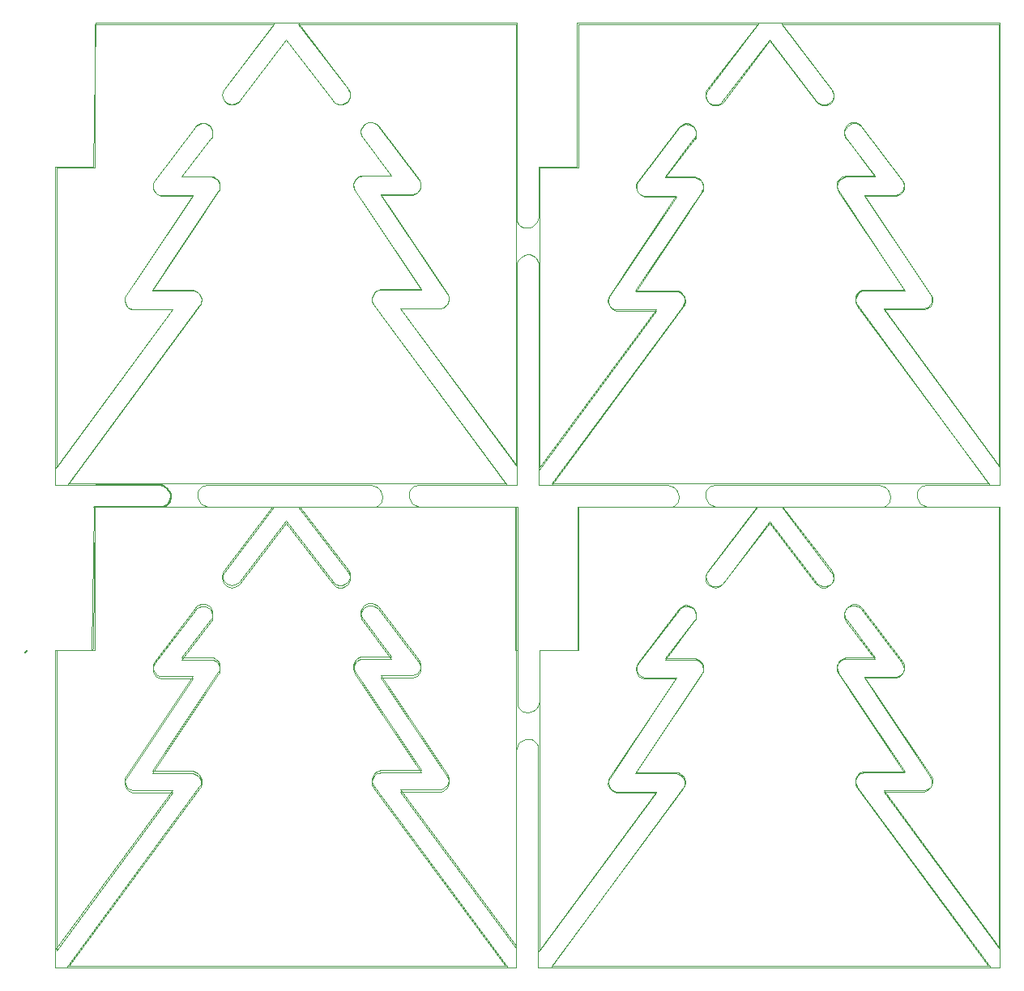
<source format=gm1>
G04*
G04 #@! TF.GenerationSoftware,Altium Limited,Altium Designer,23.1.1 (15)*
G04*
G04 Layer_Color=16711935*
%FSLAX25Y25*%
%MOIN*%
G70*
G04*
G04 #@! TF.SameCoordinates,F91F9CD3-C7A0-4A43-B12F-26B318A194AE*
G04*
G04*
G04 #@! TF.FilePolarity,Positive*
G04*
G01*
G75*
%ADD33C,0.00500*%
%ADD34C,0.00001*%
%ADD35C,0.00000*%
D33*
X143000Y289000D02*
X144035Y289136D01*
X145000Y289536D01*
X145828Y290172D01*
X146464Y291000D01*
X146864Y291965D01*
X147000Y293000D01*
X146904Y293975D01*
X146619Y294913D01*
X146157Y295778D01*
X145536Y296535D01*
X144778Y297157D01*
X143913Y297619D01*
X142975Y297904D01*
X142000Y298000D01*
X87000Y229000D02*
X88000Y230000D01*
X115253Y289000D02*
X143000D01*
X141000Y298000D02*
X142000D01*
X135000D02*
X141000D01*
X116000D02*
X135000D01*
D34*
X229684Y447421D02*
X230866Y447058D01*
X231880Y446351D01*
X232254Y445858D01*
X232254Y445858D01*
X248947Y423906D01*
X249280Y423468D01*
X249681Y422443D01*
X249785Y421347D01*
X249585Y420265D02*
X249785Y421347D01*
X249096Y419279D02*
X249585Y420265D01*
X248356Y418465D02*
X249096Y419279D01*
X247421Y417885D02*
X248356Y418465D01*
X246362Y417583D02*
X247421Y417885D01*
X233486Y417583D02*
X246362D01*
X233486D02*
X260636Y376859D01*
X260932Y376414D01*
X261267Y375399D01*
X261318Y374331D01*
X261084Y373287D02*
X261318Y374331D01*
X260579Y372345D02*
X261084Y373287D01*
X259841Y371570D02*
X260579Y372345D01*
X258924Y371021D02*
X259841Y371570D01*
X257893Y370736D02*
X258924Y371021D01*
X241503Y370736D02*
X257893D01*
X241503D02*
X289299Y305870D01*
Y387858D01*
X289299Y388351D02*
X289299Y387858D01*
X289299Y388351D02*
X289491Y389317D01*
X289868Y390227D01*
X290415Y391046D01*
X291112Y391742D01*
X291931Y392289D01*
X292841Y392666D01*
X293807Y392858D01*
X294299Y392858D01*
X294299Y392858D01*
X294693D01*
X295466Y392705D01*
X296194Y392403D01*
X296849Y391965D01*
X297406Y391408D01*
X297844Y390753D01*
X298146Y390025D01*
X298299Y389252D01*
Y388858D02*
Y389252D01*
Y303929D02*
Y388858D01*
Y303929D02*
X346867Y369842D01*
X330477D02*
X346867D01*
X329446Y370127D02*
X330477Y369842D01*
X328529Y370677D02*
X329446Y370127D01*
X327791Y371451D02*
X328529Y370677D01*
X327287Y372394D02*
X327791Y371451D01*
X327052Y373437D02*
X327287Y372394D01*
X327052Y373437D02*
X327103Y374505D01*
X327438Y375521D01*
X327734Y375965D01*
X354884Y416689D01*
X342008D02*
X354884D01*
X340949Y416991D02*
X342008Y416689D01*
X340014Y417571D02*
X340949Y416991D01*
X339274Y418385D02*
X340014Y417571D01*
X338785Y419371D02*
X339274Y418385D01*
X338585Y420453D02*
X338785Y419371D01*
X338585Y420453D02*
X338689Y421549D01*
X339090Y422574D01*
X339423Y423012D01*
X356116Y444965D01*
Y444965D02*
Y444965D01*
Y444965D02*
X356490Y445457D01*
X357504Y446165D01*
X358686Y446527D01*
X359923Y446511D01*
X361094Y446116D01*
X362089Y445381D01*
X362810Y444376D01*
X363189Y443199D01*
Y442581D02*
Y443199D01*
Y442260D02*
Y442581D01*
X363085Y441627D02*
X363189Y442260D01*
X362880Y441019D02*
X363085Y441627D01*
X362580Y440452D02*
X362880Y441019D01*
X362386Y440197D02*
X362580Y440452D01*
X350500Y424567D02*
X362386Y440197D01*
X350500Y424567D02*
X362631D01*
X363392Y424415D01*
X364108Y424118D01*
X364754Y423687D01*
X365302Y423139D01*
X365733Y422494D01*
X366030Y421777D01*
X366181Y421016D01*
Y420628D02*
Y421016D01*
Y420338D02*
Y420628D01*
X366096Y419764D02*
X366181Y420338D01*
X365928Y419209D02*
X366096Y419764D01*
X365681Y418685D02*
X365928Y419209D01*
X365520Y418443D02*
X365681Y418685D01*
X338370Y377719D02*
X365520Y418443D01*
X338370Y377719D02*
X355049D01*
X355810Y377568D01*
X356527Y377271D01*
X357172Y376840D01*
X357720Y376291D01*
X358152Y375646D01*
X358448Y374930D01*
X358600Y374169D01*
Y373781D02*
Y374169D01*
Y373467D02*
Y373781D01*
X358501Y372848D02*
X358600Y373467D01*
X358305Y372252D02*
X358501Y372848D01*
X358017Y371695D02*
X358305Y372252D01*
X357831Y371443D02*
X358017Y371695D01*
X303715Y298000D02*
X357831Y371443D01*
X303715Y298000D02*
X314500D01*
X351000Y298000D01*
X351493Y298000D01*
X352459Y297808D01*
X353368Y297431D01*
X354187Y296884D01*
X354884Y296187D01*
X355431Y295368D01*
X355808Y294458D01*
X356000Y293493D01*
X356000Y293000D02*
X356000Y293493D01*
X356000Y292606D02*
Y293000D01*
X355846Y291833D02*
X356000Y292606D01*
X355545Y291105D02*
X355846Y291833D01*
X355107Y290450D02*
X355545Y291105D01*
X354550Y289893D02*
X355107Y290450D01*
X353895Y289455D02*
X354550Y289893D01*
X353167Y289154D02*
X353895Y289455D01*
X352394Y289000D02*
X353167Y289154D01*
X314500Y289000D02*
X352394D01*
X314500Y230000D02*
Y289000D01*
X298669Y230000D02*
X314500D01*
X298669Y209386D02*
X298669Y230000D01*
X298669Y209386D02*
X298669Y208893D01*
X298477Y207927D02*
X298669Y208893D01*
X298100Y207017D02*
X298477Y207927D01*
X297553Y206199D02*
X298100Y207017D01*
X296857Y205502D02*
X297553Y206199D01*
X296038Y204955D02*
X296857Y205502D01*
X295128Y204578D02*
X296038Y204955D01*
X294162Y204386D02*
X295128Y204578D01*
X293669Y204386D02*
X294162Y204386D01*
X293275Y204386D02*
X293669D01*
X292502Y204539D02*
X293275Y204386D01*
X291775Y204841D02*
X292502Y204539D01*
X291119Y205279D02*
X291775Y204841D01*
X290562Y205836D02*
X291119Y205279D01*
X290125Y206491D02*
X290562Y205836D01*
X289823Y207219D02*
X290125Y206491D01*
X289669Y207992D02*
X289823Y207219D01*
X289669Y207992D02*
Y208386D01*
Y250386D01*
X289700D01*
Y289000D01*
X250000D02*
X289700D01*
X249507Y289000D02*
X250000Y289000D01*
X248541Y289192D02*
X249507Y289000D01*
X247632Y289569D02*
X248541Y289192D01*
X246813Y290116D02*
X247632Y289569D01*
X246116Y290813D02*
X246813Y290116D01*
X245569Y291632D02*
X246116Y290813D01*
X245192Y292542D02*
X245569Y291632D01*
X245000Y293508D02*
X245192Y292542D01*
X245000Y293508D02*
X245000Y294000D01*
Y294394D01*
X245154Y295167D01*
X245455Y295895D01*
X245893Y296550D01*
X246450Y297107D01*
X247105Y297545D01*
X247833Y297846D01*
X248606Y298000D01*
X285314D01*
X230539Y372336D02*
X285314Y298000D01*
X230353Y372589D02*
X230539Y372336D01*
X230065Y373146D02*
X230353Y372589D01*
X229870Y373742D02*
X230065Y373146D01*
X229770Y374361D02*
X229870Y373742D01*
X229770Y374361D02*
Y374675D01*
Y375062D01*
X229922Y375823D01*
X230219Y376540D01*
X230650Y377185D01*
X231198Y377734D01*
X231843Y378165D01*
X232560Y378462D01*
X233321Y378613D01*
X249999D01*
X222850Y419337D02*
X249999Y378613D01*
X222689Y419578D02*
X222850Y419337D01*
X222442Y420103D02*
X222689Y419578D01*
X222274Y420658D02*
X222442Y420103D01*
X222189Y421232D02*
X222274Y420658D01*
X222189Y421232D02*
Y421522D01*
Y421910D01*
X222340Y422671D01*
X222637Y423387D01*
X223068Y424032D01*
X223617Y424581D01*
X224262Y425012D01*
X224978Y425309D01*
X225739Y425460D01*
X237870D01*
X225984Y441090D02*
X237870Y425460D01*
X225790Y441346D02*
X225984Y441090D01*
X225489Y441913D02*
X225790Y441346D01*
X225285Y442521D02*
X225489Y441913D01*
X225181Y443154D02*
X225285Y442521D01*
X225181Y443154D02*
Y443474D01*
Y444093D01*
X225560Y445270D01*
X226281Y446274D01*
X227276Y447009D01*
X228447Y447404D01*
X229684Y447421D01*
X193000Y298000D02*
X229000Y298000D01*
X229492Y298000D01*
X230458Y297808D01*
X231368Y297431D01*
X232187Y296884D01*
X232884Y296187D01*
X233431Y295368D01*
X233808Y294458D01*
X234000Y293492D01*
X234000Y293000D02*
X234000Y293492D01*
X234000Y293000D02*
X234000Y293000D01*
Y292606D02*
Y293000D01*
X233846Y291833D02*
X234000Y292606D01*
X233545Y291105D02*
X233846Y291833D01*
X233107Y290450D02*
X233545Y291105D01*
X232550Y289893D02*
X233107Y290450D01*
X231895Y289455D02*
X232550Y289893D01*
X231167Y289154D02*
X231895Y289455D01*
X230394Y289000D02*
X231167Y289154D01*
X200189Y289000D02*
X230394D01*
X200189D02*
X219979Y263122D01*
X219979Y263122D02*
X219979Y263122D01*
X219979Y263122D02*
X220175Y262866D01*
X220478Y262297D01*
X220684Y261687D01*
X220789Y261051D01*
Y260729D02*
Y261051D01*
Y260111D02*
Y260729D01*
X220411Y258935D02*
X220789Y260111D01*
X219691Y257932D02*
X220411Y258935D01*
X218698Y257197D02*
X219691Y257932D01*
X217528Y256801D02*
X218698Y257197D01*
X216293Y256782D02*
X217528Y256801D01*
X215111Y257142D02*
X216293Y256782D01*
X214097Y257846D02*
X215111Y257142D01*
X213722Y258337D02*
X214097Y257846D01*
X194500Y283473D02*
X213722Y258337D01*
X175278D02*
X194500Y283473D01*
X175278Y258337D02*
X175278D01*
X174963Y257925D02*
X175278Y258337D01*
X174142Y257292D02*
X174963Y257925D01*
X173184Y256894D02*
X174142Y257292D01*
X172156Y256757D02*
X173184Y256894D01*
X171128Y256890D02*
X172156Y256757D01*
X170169Y257285D02*
X171128Y256890D01*
X169345Y257915D02*
X170169Y257285D01*
X168713Y258737D02*
X169345Y257915D01*
X168314Y259695D02*
X168713Y258737D01*
X168177Y260722D02*
X168314Y259695D01*
X168177Y260722D02*
X168311Y261751D01*
X168706Y262710D01*
X169021Y263122D01*
X188811Y289000D01*
X163000Y289000D02*
X188811Y289000D01*
X162507D02*
X163000Y289000D01*
X161542Y289192D02*
X162507Y289000D01*
X160632Y289569D02*
X161542Y289192D01*
X159813Y290116D02*
X160632Y289569D01*
X159116Y290813D02*
X159813Y290116D01*
X158569Y291632D02*
X159116Y290813D01*
X158192Y292542D02*
X158569Y291632D01*
X158000Y293508D02*
X158192Y292542D01*
X158000Y293508D02*
X158000Y294000D01*
X158000Y294394D02*
X158000Y294000D01*
X158000Y294394D02*
X158154Y295167D01*
X158455Y295895D01*
X158893Y296550D01*
X159450Y297107D01*
X160105Y297545D01*
X160833Y297846D01*
X161606Y298000D01*
X193000D01*
X410000D02*
X438000Y298000D01*
X438492Y298000D01*
X439458Y297808D01*
X440368Y297431D01*
X441187Y296884D01*
X441884Y296187D01*
X442431Y295368D01*
X442808Y294458D01*
X443000Y293493D01*
X443000Y293000D02*
X443000Y293493D01*
X443000Y293000D02*
X443000Y293000D01*
Y292606D02*
Y293000D01*
X442846Y291833D02*
X443000Y292606D01*
X442545Y291105D02*
X442846Y291833D01*
X442107Y290450D02*
X442545Y291105D01*
X441550Y289893D02*
X442107Y290450D01*
X440895Y289455D02*
X441550Y289893D01*
X440167Y289154D02*
X440895Y289455D01*
X439394Y289000D02*
X440167Y289154D01*
X408000Y289000D02*
X439394D01*
X398807D02*
X408000D01*
X398807D02*
X418979Y262621D01*
X418979Y262621D02*
X418979Y262621D01*
X418979Y262621D02*
X419174Y262366D01*
X419478Y261797D01*
X419684Y261187D01*
X419789Y260551D01*
Y260229D02*
Y260551D01*
Y259612D02*
Y260229D01*
X419411Y258436D02*
X419789Y259612D01*
X418691Y257432D02*
X419411Y258436D01*
X417698Y256697D02*
X418691Y257432D01*
X416528Y256300D02*
X417698Y256697D01*
X415293Y256282D02*
X416528Y256300D01*
X414112Y256642D02*
X415293Y256282D01*
X413097Y257346D02*
X414112Y256642D01*
X412722Y257837D02*
X413097Y257346D01*
X393500Y282973D02*
X412722Y257837D01*
X374278D02*
X393500Y282973D01*
X374278Y257837D02*
X374278D01*
X373963Y257425D02*
X374278Y257837D01*
X373142Y256792D02*
X373963Y257425D01*
X372184Y256394D02*
X373142Y256792D01*
X371156Y256257D02*
X372184Y256394D01*
X370128Y256390D02*
X371156Y256257D01*
X369169Y256785D02*
X370128Y256390D01*
X368345Y257416D02*
X369169Y256785D01*
X367713Y258237D02*
X368345Y257416D01*
X367314Y259195D02*
X367713Y258237D01*
X367177Y260223D02*
X367314Y259195D01*
X367177Y260223D02*
X367311Y261251D01*
X367706Y262210D01*
X368021Y262621D01*
X388193Y289000D01*
X372000D02*
X388193D01*
X371508Y289000D02*
X372000Y289000D01*
X370542Y289192D02*
X371508Y289000D01*
X369632Y289569D02*
X370542Y289192D01*
X368813Y290116D02*
X369632Y289569D01*
X368116Y290813D02*
X368813Y290116D01*
X367569Y291632D02*
X368116Y290813D01*
X367192Y292542D02*
X367569Y291632D01*
X367000Y293508D02*
X367192Y292542D01*
X367000Y293508D02*
X367000Y294000D01*
X367000D02*
X367000D01*
X367000D02*
Y294394D01*
X367154Y295167D01*
X367455Y295895D01*
X367893Y296550D01*
X368450Y297107D01*
X369105Y297545D01*
X369833Y297846D01*
X370606Y298000D01*
X410000D01*
X488189Y305519D02*
Y488189D01*
X397898D02*
X488189D01*
X397898D02*
X418979Y460622D01*
X418979Y460622D02*
X418979Y460622D01*
X418979Y460622D02*
X419174Y460366D01*
X419478Y459797D01*
X419684Y459187D01*
X419789Y458551D01*
Y458229D02*
Y458551D01*
Y457612D02*
Y458229D01*
X419411Y456435D02*
X419789Y457612D01*
X418691Y455432D02*
X419411Y456435D01*
X417698Y454697D02*
X418691Y455432D01*
X416528Y454300D02*
X417698Y454697D01*
X415293Y454282D02*
X416528Y454300D01*
X414112Y454642D02*
X415293Y454282D01*
X413097Y455346D02*
X414112Y454642D01*
X412722Y455837D02*
X413097Y455346D01*
X393500Y480973D02*
X412722Y455837D01*
X374278D02*
X393500Y480973D01*
X374278Y455837D02*
X374278D01*
X373963Y455425D02*
X374278Y455837D01*
X373142Y454792D02*
X373963Y455425D01*
X372184Y454394D02*
X373142Y454792D01*
X371156Y454257D02*
X372184Y454394D01*
X370128Y454390D02*
X371156Y454257D01*
X369169Y454785D02*
X370128Y454390D01*
X368345Y455415D02*
X369169Y454785D01*
X367713Y456237D02*
X368345Y455415D01*
X367314Y457195D02*
X367713Y456237D01*
X367177Y458222D02*
X367314Y457195D01*
X367177Y458222D02*
X367311Y459251D01*
X367706Y460210D01*
X368021Y460622D01*
X389102Y488189D01*
X313886D02*
X389102D01*
X313886Y429000D02*
Y488189D01*
X298299Y429000D02*
X313886D01*
X298299Y408858D02*
X298299Y429000D01*
X298299Y408858D02*
X298299Y408366D01*
X298107Y407400D02*
X298299Y408366D01*
X297730Y406490D02*
X298107Y407400D01*
X297183Y405671D02*
X297730Y406490D01*
X296486Y404975D02*
X297183Y405671D01*
X295668Y404427D02*
X296486Y404975D01*
X294758Y404050D02*
X295668Y404427D01*
X293792Y403858D02*
X294758Y404050D01*
X293299Y403858D02*
X293792Y403858D01*
X292905Y403858D02*
X293299D01*
X292132Y404012D02*
X292905Y403858D01*
X291405Y404314D02*
X292132Y404012D01*
X290749Y404751D02*
X291405Y404314D01*
X290192Y405308D02*
X290749Y404751D01*
X289754Y405964D02*
X290192Y405308D01*
X289453Y406692D02*
X289754Y405964D01*
X289299Y407464D02*
X289453Y406692D01*
X289299Y407464D02*
Y407858D01*
Y446858D01*
X289400D01*
Y488189D01*
X199280D02*
X289400D01*
X199280D02*
X219979Y461122D01*
X219979Y461122D02*
X219979Y461122D01*
X219979Y461122D02*
X220175Y460866D01*
X220478Y460297D01*
X220684Y459687D01*
X220789Y459051D01*
Y458729D02*
Y459051D01*
Y458111D02*
Y458729D01*
X220411Y456936D02*
X220789Y458111D01*
X219691Y455932D02*
X220411Y456936D01*
X218698Y455197D02*
X219691Y455932D01*
X217528Y454801D02*
X218698Y455197D01*
X216293Y454782D02*
X217528Y454801D01*
X215111Y455142D02*
X216293Y454782D01*
X214097Y455846D02*
X215111Y455142D01*
X213722Y456337D02*
X214097Y455846D01*
X194500Y481473D02*
X213722Y456337D01*
X175278D02*
X194500Y481473D01*
X175278Y456337D02*
X175278D01*
X174963Y455925D02*
X175278Y456337D01*
X174142Y455292D02*
X174963Y455925D01*
X173184Y454894D02*
X174142Y455292D01*
X172156Y454757D02*
X173184Y454894D01*
X171128Y454890D02*
X172156Y454757D01*
X170169Y455286D02*
X171128Y454890D01*
X169345Y455915D02*
X170169Y455286D01*
X168713Y456737D02*
X169345Y455915D01*
X168314Y457695D02*
X168713Y456737D01*
X168177Y458722D02*
X168314Y457695D01*
X168177Y458722D02*
X168311Y459751D01*
X168706Y460710D01*
X169021Y461122D01*
X189720Y488189D01*
X115987D02*
X189720D01*
X115116Y428991D02*
X115987Y488189D01*
X99410Y428991D02*
X115116D01*
X99410Y304578D02*
Y428991D01*
Y304578D02*
X147867Y370342D01*
X131477D02*
X147867D01*
X130446Y370627D02*
X131477Y370342D01*
X129529Y371177D02*
X130446Y370627D01*
X128791Y371951D02*
X129529Y371177D01*
X128287Y372894D02*
X128791Y371951D01*
X128052Y373937D02*
X128287Y372894D01*
X128052Y373937D02*
X128103Y375005D01*
X128438Y376021D01*
X128734Y376466D01*
X155884Y417190D01*
X143008D02*
X155884D01*
X141949Y417491D02*
X143008Y417190D01*
X141014Y418071D02*
X141949Y417491D01*
X140274Y418885D02*
X141014Y418071D01*
X139785Y419871D02*
X140274Y418885D01*
X139585Y420953D02*
X139785Y419871D01*
X139585Y420953D02*
X139689Y422049D01*
X140090Y423074D01*
X140423Y423512D01*
X157116Y445465D01*
Y445465D02*
Y445465D01*
Y445465D02*
X157490Y445957D01*
X158504Y446664D01*
X159686Y447027D01*
X160923Y447011D01*
X162094Y446616D01*
X163089Y445881D01*
X163810Y444876D01*
X164189Y443699D01*
Y443081D02*
Y443699D01*
Y442760D02*
Y443081D01*
X164085Y442127D02*
X164189Y442760D01*
X163881Y441519D02*
X164085Y442127D01*
X163580Y440952D02*
X163881Y441519D01*
X163386Y440697D02*
X163580Y440952D01*
X151500Y425067D02*
X163386Y440697D01*
X151500Y425067D02*
X163631D01*
X164392Y424915D01*
X165108Y424618D01*
X165753Y424187D01*
X166302Y423639D01*
X166733Y422994D01*
X167030Y422277D01*
X167181Y421516D01*
Y421128D02*
Y421516D01*
Y420838D02*
Y421128D01*
X167096Y420264D02*
X167181Y420838D01*
X166928Y419709D02*
X167096Y420264D01*
X166681Y419185D02*
X166928Y419709D01*
X166520Y418943D02*
X166681Y419185D01*
X139371Y378219D02*
X166520Y418943D01*
X139371Y378219D02*
X156049D01*
X156810Y378068D01*
X157527Y377771D01*
X158172Y377340D01*
X158721Y376791D01*
X159151Y376146D01*
X159448Y375430D01*
X159600Y374669D01*
Y374281D02*
Y374669D01*
Y373967D02*
Y374281D01*
X159501Y373348D02*
X159600Y373967D01*
X159305Y372752D02*
X159501Y373348D01*
X159017Y372195D02*
X159305Y372752D01*
X158831Y371943D02*
X159017Y372195D01*
X104347Y298000D02*
X158831Y371943D01*
X104347Y298000D02*
X115386D01*
X142000Y298000D01*
X142492Y298000D01*
X143458Y297808D01*
X144368Y297431D01*
X145187Y296884D01*
X145884Y296187D01*
X146431Y295368D01*
X146808Y294458D01*
X147000Y293493D01*
X147000Y293000D02*
X147000Y293493D01*
X147000Y293000D02*
X147000Y293000D01*
Y292606D02*
Y293000D01*
X146846Y291833D02*
X147000Y292606D01*
X146545Y291105D02*
X146846Y291833D01*
X146107Y290450D02*
X146545Y291105D01*
X145550Y289893D02*
X146107Y290450D01*
X144895Y289455D02*
X145550Y289893D01*
X144167Y289154D02*
X144895Y289455D01*
X143394Y289000D02*
X144167Y289154D01*
X115253Y289000D02*
X143394D01*
X114386Y230000D02*
X115253Y289000D01*
X99410Y230000D02*
X114386D01*
X99410Y106579D02*
Y230000D01*
Y106579D02*
X147867Y172342D01*
X131477D02*
X147867D01*
X130446Y172627D02*
X131477Y172342D01*
X129529Y173177D02*
X130446Y172627D01*
X128791Y173951D02*
X129529Y173177D01*
X128287Y174894D02*
X128791Y173951D01*
X128052Y175937D02*
X128287Y174894D01*
X128052Y175937D02*
X128103Y177005D01*
X128438Y178021D01*
X128734Y178465D01*
X155884Y219190D01*
X143008D02*
X155884D01*
X141949Y219491D02*
X143008Y219190D01*
X141014Y220071D02*
X141949Y219491D01*
X140274Y220885D02*
X141014Y220071D01*
X139785Y221871D02*
X140274Y220885D01*
X139585Y222953D02*
X139785Y221871D01*
X139585Y222953D02*
X139689Y224049D01*
X140090Y225074D01*
X140423Y225512D01*
X157116Y247465D01*
Y247465D02*
Y247465D01*
Y247465D02*
X157490Y247957D01*
X158504Y248664D01*
X159686Y249027D01*
X160923Y249010D01*
X162094Y248616D01*
X163089Y247881D01*
X163810Y246876D01*
X164189Y245699D01*
Y245081D02*
Y245699D01*
Y244760D02*
Y245081D01*
X164085Y244127D02*
X164189Y244760D01*
X163881Y243519D02*
X164085Y244127D01*
X163580Y242952D02*
X163881Y243519D01*
X163386Y242697D02*
X163580Y242952D01*
X151500Y227066D02*
X163386Y242697D01*
X151500Y227066D02*
X163631D01*
X164392Y226915D01*
X165108Y226618D01*
X165753Y226187D01*
X166302Y225639D01*
X166733Y224994D01*
X167030Y224277D01*
X167181Y223516D01*
Y223128D02*
Y223516D01*
Y222838D02*
Y223128D01*
X167096Y222264D02*
X167181Y222838D01*
X166928Y221709D02*
X167096Y222264D01*
X166681Y221185D02*
X166928Y221709D01*
X166520Y220943D02*
X166681Y221185D01*
X139371Y180219D02*
X166520Y220943D01*
X139371Y180219D02*
X156049D01*
X156810Y180068D01*
X157527Y179771D01*
X158172Y179340D01*
X158721Y178791D01*
X159151Y178146D01*
X159448Y177430D01*
X159600Y176669D01*
Y176281D02*
Y176669D01*
Y175967D02*
Y176281D01*
X159501Y175348D02*
X159600Y175967D01*
X159305Y174752D02*
X159501Y175348D01*
X159017Y174195D02*
X159305Y174752D01*
X158831Y173943D02*
X159017Y174195D01*
X103911Y99410D02*
X158831Y173943D01*
X103911Y99410D02*
X285749D01*
X230539Y174336D02*
X285749Y99410D01*
X230353Y174589D02*
X230539Y174336D01*
X230065Y175146D02*
X230353Y174589D01*
X229870Y175742D02*
X230065Y175146D01*
X229770Y176361D02*
X229870Y175742D01*
X229770Y176361D02*
Y176674D01*
Y177062D01*
X229922Y177823D01*
X230219Y178540D01*
X230650Y179185D01*
X231198Y179734D01*
X231843Y180165D01*
X232560Y180462D01*
X233321Y180613D01*
X249999D01*
X222850Y221337D02*
X249999Y180613D01*
X222689Y221578D02*
X222850Y221337D01*
X222442Y222103D02*
X222689Y221578D01*
X222274Y222658D02*
X222442Y222103D01*
X222189Y223232D02*
X222274Y222658D01*
X222189Y223232D02*
Y223522D01*
Y223910D01*
X222340Y224671D01*
X222637Y225387D01*
X223068Y226032D01*
X223617Y226581D01*
X224262Y227012D01*
X224978Y227309D01*
X225739Y227460D01*
X237870D01*
X225984Y243091D02*
X237870Y227460D01*
X225790Y243346D02*
X225984Y243091D01*
X225489Y243913D02*
X225790Y243346D01*
X225285Y244521D02*
X225489Y243913D01*
X225181Y245154D02*
X225285Y244521D01*
X225181Y245154D02*
Y245475D01*
Y246093D01*
X225560Y247270D01*
X226281Y248274D01*
X227276Y249009D01*
X228447Y249404D01*
X229684Y249421D01*
X230866Y249058D01*
X231880Y248351D01*
X232254Y247858D01*
X232254Y247858D01*
X248947Y225906D01*
X249280Y225468D01*
X249681Y224443D01*
X249785Y223347D01*
X249585Y222265D02*
X249785Y223347D01*
X249096Y221279D02*
X249585Y222265D01*
X248356Y220465D02*
X249096Y221279D01*
X247421Y219885D02*
X248356Y220465D01*
X246362Y219583D02*
X247421Y219885D01*
X233486Y219583D02*
X246362D01*
X233486D02*
X260636Y178859D01*
X260932Y178414D01*
X261267Y177399D01*
X261318Y176331D01*
X261084Y175287D02*
X261318Y176331D01*
X260579Y174345D02*
X261084Y175287D01*
X259841Y173571D02*
X260579Y174345D01*
X258924Y173021D02*
X259841Y173571D01*
X257893Y172736D02*
X258924Y173021D01*
X241503Y172736D02*
X257893D01*
X241503D02*
X289055Y108201D01*
Y188386D01*
X289055Y188878D02*
X289055Y188386D01*
X289055Y188878D02*
X289247Y189844D01*
X289624Y190754D01*
X290171Y191573D01*
X290868Y192270D01*
X291687Y192817D01*
X292597Y193194D01*
X293563Y193386D01*
X294055Y193386D01*
X294055Y193386D01*
X294449D01*
X295222Y193232D01*
X295950Y192931D01*
X296605Y192493D01*
X297162Y191936D01*
X297600Y191280D01*
X297901Y190553D01*
X298055Y189780D01*
Y189386D02*
Y189780D01*
Y105598D02*
Y189386D01*
Y105598D02*
X346867Y171842D01*
X330477D02*
X346867D01*
X329446Y172127D02*
X330477Y171842D01*
X328529Y172677D02*
X329446Y172127D01*
X327791Y173451D02*
X328529Y172677D01*
X327287Y174394D02*
X327791Y173451D01*
X327052Y175437D02*
X327287Y174394D01*
X327052Y175437D02*
X327103Y176505D01*
X327438Y177521D01*
X327734Y177965D01*
X354884Y218689D01*
X342008D02*
X354884D01*
X340949Y218991D02*
X342008Y218689D01*
X340014Y219571D02*
X340949Y218991D01*
X339274Y220385D02*
X340014Y219571D01*
X338785Y221371D02*
X339274Y220385D01*
X338585Y222453D02*
X338785Y221371D01*
X338585Y222453D02*
X338689Y223549D01*
X339090Y224574D01*
X339423Y225012D01*
X356116Y246965D01*
Y246965D02*
Y246965D01*
Y246965D02*
X356490Y247457D01*
X357504Y248165D01*
X358686Y248527D01*
X359923Y248511D01*
X361094Y248116D01*
X362089Y247380D01*
X362810Y246376D01*
X363189Y245199D01*
Y244581D02*
Y245199D01*
Y244260D02*
Y244581D01*
X363085Y243627D02*
X363189Y244260D01*
X362880Y243019D02*
X363085Y243627D01*
X362580Y242452D02*
X362880Y243019D01*
X362386Y242197D02*
X362580Y242452D01*
X350500Y226567D02*
X362386Y242197D01*
X350500Y226567D02*
X362631D01*
X363392Y226415D01*
X364108Y226118D01*
X364754Y225687D01*
X365302Y225139D01*
X365733Y224494D01*
X366030Y223777D01*
X366181Y223016D01*
Y222628D02*
Y223016D01*
Y222338D02*
Y222628D01*
X366096Y221764D02*
X366181Y222338D01*
X365928Y221209D02*
X366096Y221764D01*
X365681Y220685D02*
X365928Y221209D01*
X365520Y220443D02*
X365681Y220685D01*
X338370Y179719D02*
X365520Y220443D01*
X338370Y179719D02*
X355049D01*
X355810Y179568D01*
X356527Y179271D01*
X357172Y178840D01*
X357720Y178291D01*
X358152Y177646D01*
X358448Y176930D01*
X358600Y176169D01*
Y175781D02*
Y176169D01*
Y175467D02*
Y175781D01*
X358501Y174848D02*
X358600Y175467D01*
X358305Y174252D02*
X358501Y174848D01*
X358017Y173695D02*
X358305Y174252D01*
X357831Y173443D02*
X358017Y173695D01*
X303280Y99410D02*
X357831Y173443D01*
X303280Y99410D02*
X484380D01*
X429539Y173836D02*
X484380Y99410D01*
X429353Y174089D02*
X429539Y173836D01*
X429066Y174646D02*
X429353Y174089D01*
X428869Y175242D02*
X429066Y174646D01*
X428770Y175861D02*
X428869Y175242D01*
X428770Y175861D02*
Y176174D01*
Y176562D01*
X428922Y177323D01*
X429218Y178040D01*
X429650Y178685D01*
X430198Y179234D01*
X430843Y179665D01*
X431560Y179962D01*
X432321Y180113D01*
X449000D01*
X421850Y220837D02*
X449000Y180113D01*
X421689Y221078D02*
X421850Y220837D01*
X421442Y221603D02*
X421689Y221078D01*
X421274Y222158D02*
X421442Y221603D01*
X421189Y222732D02*
X421274Y222158D01*
X421189Y222732D02*
Y223022D01*
Y223410D01*
X421340Y224170D01*
X421637Y224887D01*
X422068Y225532D01*
X422617Y226081D01*
X423262Y226512D01*
X423978Y226809D01*
X424739Y226960D01*
X436870D01*
X424984Y242590D02*
X436870Y226960D01*
X424790Y242846D02*
X424984Y242590D01*
X424489Y243413D02*
X424790Y242846D01*
X424285Y244021D02*
X424489Y243413D01*
X424181Y244654D02*
X424285Y244021D01*
X424181Y244654D02*
Y244974D01*
Y245593D01*
X424560Y246770D01*
X425281Y247774D01*
X426276Y248509D01*
X427447Y248904D01*
X428684Y248921D01*
X429866Y248558D01*
X430880Y247851D01*
X431254Y247358D01*
X431254Y247358D01*
X447947Y225406D01*
X448280Y224968D01*
X448681Y223943D01*
X448785Y222847D01*
X448585Y221765D02*
X448785Y222847D01*
X448096Y220779D02*
X448585Y221765D01*
X447356Y219965D02*
X448096Y220779D01*
X446421Y219385D02*
X447356Y219965D01*
X445363Y219083D02*
X446421Y219385D01*
X432486Y219083D02*
X445363D01*
X432486D02*
X459636Y178359D01*
X459932Y177914D01*
X460267Y176899D01*
X460319Y175831D01*
X460083Y174787D02*
X460319Y175831D01*
X459579Y173845D02*
X460083Y174787D01*
X458841Y173071D02*
X459579Y173845D01*
X457924Y172521D02*
X458841Y173071D01*
X456893Y172236D02*
X457924Y172521D01*
X440503Y172236D02*
X456893D01*
X440503D02*
X488189Y107519D01*
Y289000D01*
X459000Y289000D02*
X488189Y289000D01*
X458507D02*
X459000Y289000D01*
X457542Y289192D02*
X458507Y289000D01*
X456632Y289569D02*
X457542Y289192D01*
X455813Y290116D02*
X456632Y289569D01*
X455116Y290813D02*
X455813Y290116D01*
X454569Y291632D02*
X455116Y290813D01*
X454192Y292542D02*
X454569Y291632D01*
X454000Y293508D02*
X454192Y292542D01*
X454000Y293508D02*
X454000Y294000D01*
X454000Y294394D02*
X454000Y294000D01*
X454000Y294394D02*
X454154Y295167D01*
X454455Y295895D01*
X454893Y296550D01*
X455450Y297107D01*
X456105Y297545D01*
X456833Y297846D01*
X457606Y298000D01*
X483945D01*
X429539Y371836D02*
X483945Y298000D01*
X429353Y372089D02*
X429539Y371836D01*
X429066Y372646D02*
X429353Y372089D01*
X428869Y373242D02*
X429066Y372646D01*
X428770Y373861D02*
X428869Y373242D01*
X428770Y373861D02*
Y374174D01*
Y374562D01*
X428922Y375323D01*
X429218Y376040D01*
X429650Y376685D01*
X430198Y377234D01*
X430843Y377665D01*
X431560Y377962D01*
X432321Y378113D01*
X449000D01*
X421850Y418837D02*
X449000Y378113D01*
X421689Y419078D02*
X421850Y418837D01*
X421442Y419603D02*
X421689Y419078D01*
X421274Y420158D02*
X421442Y419603D01*
X421189Y420732D02*
X421274Y420158D01*
X421189Y420732D02*
Y421022D01*
Y421410D01*
X421340Y422170D01*
X421637Y422887D01*
X422068Y423532D01*
X422617Y424081D01*
X423262Y424512D01*
X423978Y424809D01*
X424739Y424960D01*
X436870D01*
X424984Y440590D02*
X436870Y424960D01*
X424790Y440846D02*
X424984Y440590D01*
X424489Y441413D02*
X424790Y440846D01*
X424285Y442021D02*
X424489Y441413D01*
X424181Y442654D02*
X424285Y442021D01*
X424181Y442654D02*
Y442975D01*
Y443593D01*
X424560Y444770D01*
X425281Y445774D01*
X426276Y446509D01*
X427447Y446904D01*
X428684Y446921D01*
X429866Y446558D01*
X430880Y445851D01*
X431254Y445358D01*
X431254Y445358D01*
X447947Y423406D01*
X448280Y422968D01*
X448681Y421943D01*
X448785Y420847D01*
X448585Y419765D02*
X448785Y420847D01*
X448096Y418779D02*
X448585Y419765D01*
X447356Y417965D02*
X448096Y418779D01*
X446421Y417385D02*
X447356Y417965D01*
X445363Y417083D02*
X446421Y417385D01*
X432486Y417083D02*
X445363D01*
X432486D02*
X459636Y376359D01*
X459932Y375914D01*
X460267Y374899D01*
X460319Y373831D01*
X460083Y372787D02*
X460319Y373831D01*
X459579Y371845D02*
X460083Y372787D01*
X458841Y371071D02*
X459579Y371845D01*
X457924Y370521D02*
X458841Y371071D01*
X456893Y370236D02*
X457924Y370521D01*
X440503Y370236D02*
X456893D01*
X440503D02*
X488189Y305519D01*
X114386Y230000D02*
X115009Y230605D01*
X229684Y447421D02*
X230866Y447058D01*
X231880Y446351D01*
X232254Y445858D01*
X232254Y445858D01*
X248947Y423906D01*
X249280Y423468D01*
X249681Y422443D01*
X249785Y421347D01*
X249585Y420265D02*
X249785Y421347D01*
X249096Y419279D02*
X249585Y420265D01*
X248356Y418465D02*
X249096Y419279D01*
X247421Y417885D02*
X248356Y418465D01*
X246362Y417583D02*
X247421Y417885D01*
X233486Y417583D02*
X246362D01*
X233486D02*
X260636Y376859D01*
X260932Y376414D01*
X261267Y375399D01*
X261318Y374331D01*
X261084Y373287D02*
X261318Y374331D01*
X260579Y372345D02*
X261084Y373287D01*
X259841Y371570D02*
X260579Y372345D01*
X258924Y371021D02*
X259841Y371570D01*
X257893Y370736D02*
X258924Y371021D01*
X241503Y370736D02*
X257893D01*
X241503D02*
X289299Y305870D01*
Y387858D01*
X289299Y388351D02*
X289299Y387858D01*
X289299Y388351D02*
X289491Y389317D01*
X289868Y390227D01*
X290415Y391046D01*
X291112Y391742D01*
X291931Y392289D01*
X292841Y392666D01*
X293807Y392858D01*
X294299Y392858D01*
X294299Y392858D01*
X294693D01*
X295466Y392705D01*
X296194Y392403D01*
X296849Y391965D01*
X297406Y391408D01*
X297844Y390753D01*
X298146Y390025D01*
X298299Y389252D01*
Y388858D02*
Y389252D01*
Y303929D02*
Y388858D01*
Y303929D02*
X346867Y369842D01*
X330477D02*
X346867D01*
X329446Y370127D02*
X330477Y369842D01*
X328529Y370677D02*
X329446Y370127D01*
X327791Y371451D02*
X328529Y370677D01*
X327287Y372394D02*
X327791Y371451D01*
X327052Y373437D02*
X327287Y372394D01*
X327052Y373437D02*
X327103Y374505D01*
X327438Y375521D01*
X327734Y375965D01*
X354884Y416689D01*
X342008D02*
X354884D01*
X340949Y416991D02*
X342008Y416689D01*
X340014Y417571D02*
X340949Y416991D01*
X339274Y418385D02*
X340014Y417571D01*
X338785Y419371D02*
X339274Y418385D01*
X338585Y420453D02*
X338785Y419371D01*
X338585Y420453D02*
X338689Y421549D01*
X339090Y422574D01*
X339423Y423012D01*
X356116Y444965D01*
Y444965D02*
Y444965D01*
Y444965D02*
X356490Y445457D01*
X357504Y446165D01*
X358686Y446527D01*
X359923Y446511D01*
X361094Y446116D01*
X362089Y445381D01*
X362810Y444376D01*
X363189Y443199D01*
Y442581D02*
Y443199D01*
Y442260D02*
Y442581D01*
X363085Y441627D02*
X363189Y442260D01*
X362880Y441019D02*
X363085Y441627D01*
X362580Y440452D02*
X362880Y441019D01*
X362386Y440197D02*
X362580Y440452D01*
X350500Y424567D02*
X362386Y440197D01*
X350500Y424567D02*
X362631D01*
X363392Y424415D01*
X364108Y424118D01*
X364754Y423687D01*
X365302Y423139D01*
X365733Y422494D01*
X366030Y421777D01*
X366181Y421016D01*
Y420628D02*
Y421016D01*
Y420338D02*
Y420628D01*
X366096Y419764D02*
X366181Y420338D01*
X365928Y419209D02*
X366096Y419764D01*
X365681Y418685D02*
X365928Y419209D01*
X365520Y418443D02*
X365681Y418685D01*
X338370Y377719D02*
X365520Y418443D01*
X338370Y377719D02*
X355049D01*
X355810Y377568D01*
X356527Y377271D01*
X357172Y376840D01*
X357720Y376291D01*
X358152Y375646D01*
X358448Y374930D01*
X358600Y374169D01*
Y373781D02*
Y374169D01*
Y373467D02*
Y373781D01*
X358501Y372848D02*
X358600Y373467D01*
X358305Y372252D02*
X358501Y372848D01*
X358017Y371695D02*
X358305Y372252D01*
X357831Y371443D02*
X358017Y371695D01*
X303715Y298000D02*
X357831Y371443D01*
X303715Y298000D02*
X314500D01*
X351000Y298000D01*
X351493Y298000D01*
X352459Y297808D01*
X353368Y297431D01*
X354187Y296884D01*
X354884Y296187D01*
X355431Y295368D01*
X355808Y294458D01*
X356000Y293493D01*
X356000Y293000D02*
X356000Y293493D01*
X356000Y292606D02*
Y293000D01*
X355846Y291833D02*
X356000Y292606D01*
X355545Y291105D02*
X355846Y291833D01*
X355107Y290450D02*
X355545Y291105D01*
X354550Y289893D02*
X355107Y290450D01*
X353895Y289455D02*
X354550Y289893D01*
X353167Y289154D02*
X353895Y289455D01*
X352394Y289000D02*
X353167Y289154D01*
X314500Y289000D02*
X352394D01*
X314500Y230000D02*
Y289000D01*
X298669Y230000D02*
X314500D01*
X298669Y209386D02*
X298669Y230000D01*
X298669Y209386D02*
X298669Y208893D01*
X298477Y207927D02*
X298669Y208893D01*
X298100Y207017D02*
X298477Y207927D01*
X297553Y206199D02*
X298100Y207017D01*
X296857Y205502D02*
X297553Y206199D01*
X296038Y204955D02*
X296857Y205502D01*
X295128Y204578D02*
X296038Y204955D01*
X294162Y204386D02*
X295128Y204578D01*
X293669Y204386D02*
X294162Y204386D01*
X293275Y204386D02*
X293669D01*
X292502Y204539D02*
X293275Y204386D01*
X291775Y204841D02*
X292502Y204539D01*
X291119Y205279D02*
X291775Y204841D01*
X290562Y205836D02*
X291119Y205279D01*
X290125Y206491D02*
X290562Y205836D01*
X289823Y207219D02*
X290125Y206491D01*
X289669Y207992D02*
X289823Y207219D01*
X289669Y207992D02*
Y208386D01*
Y230000D01*
X288614D02*
X289669D01*
X288614D02*
Y289000D01*
X250000D02*
X288614D01*
X249507Y289000D02*
X250000Y289000D01*
X248541Y289192D02*
X249507Y289000D01*
X247632Y289569D02*
X248541Y289192D01*
X246813Y290116D02*
X247632Y289569D01*
X246116Y290813D02*
X246813Y290116D01*
X245569Y291632D02*
X246116Y290813D01*
X245192Y292542D02*
X245569Y291632D01*
X245000Y293508D02*
X245192Y292542D01*
X245000Y293508D02*
X245000Y294000D01*
Y294394D01*
X245154Y295167D01*
X245455Y295895D01*
X245893Y296550D01*
X246450Y297107D01*
X247105Y297545D01*
X247833Y297846D01*
X248606Y298000D01*
X285314D01*
X230539Y372336D02*
X285314Y298000D01*
X230353Y372589D02*
X230539Y372336D01*
X230065Y373146D02*
X230353Y372589D01*
X229870Y373742D02*
X230065Y373146D01*
X229770Y374361D02*
X229870Y373742D01*
X229770Y374361D02*
Y374675D01*
Y375062D01*
X229922Y375823D01*
X230219Y376540D01*
X230650Y377185D01*
X231198Y377734D01*
X231843Y378165D01*
X232560Y378462D01*
X233321Y378613D01*
X249999D01*
X222850Y419337D02*
X249999Y378613D01*
X222689Y419578D02*
X222850Y419337D01*
X222442Y420103D02*
X222689Y419578D01*
X222274Y420658D02*
X222442Y420103D01*
X222189Y421232D02*
X222274Y420658D01*
X222189Y421232D02*
Y421522D01*
Y421910D01*
X222340Y422671D01*
X222637Y423387D01*
X223068Y424032D01*
X223617Y424581D01*
X224262Y425012D01*
X224978Y425309D01*
X225739Y425460D01*
X237870D01*
X225984Y441090D02*
X237870Y425460D01*
X225790Y441346D02*
X225984Y441090D01*
X225489Y441913D02*
X225790Y441346D01*
X225285Y442521D02*
X225489Y441913D01*
X225181Y443154D02*
X225285Y442521D01*
X225181Y443154D02*
Y443474D01*
Y444093D01*
X225560Y445270D01*
X226281Y446274D01*
X227276Y447009D01*
X228447Y447404D01*
X229684Y447421D01*
X193000Y298000D02*
X229000Y298000D01*
X229492Y298000D01*
X230458Y297808D01*
X231368Y297431D01*
X232187Y296884D01*
X232884Y296187D01*
X233431Y295368D01*
X233808Y294458D01*
X234000Y293492D01*
X234000Y293000D02*
X234000Y293492D01*
X234000Y293000D02*
X234000Y293000D01*
Y292606D02*
Y293000D01*
X233846Y291833D02*
X234000Y292606D01*
X233545Y291105D02*
X233846Y291833D01*
X233107Y290450D02*
X233545Y291105D01*
X232550Y289893D02*
X233107Y290450D01*
X231895Y289455D02*
X232550Y289893D01*
X231167Y289154D02*
X231895Y289455D01*
X230394Y289000D02*
X231167Y289154D01*
X200189Y289000D02*
X230394D01*
X200189D02*
X219979Y263122D01*
X219979Y263122D02*
X219979Y263122D01*
X219979Y263122D02*
X220175Y262866D01*
X220478Y262297D01*
X220684Y261687D01*
X220789Y261051D01*
Y260729D02*
Y261051D01*
Y260111D02*
Y260729D01*
X220411Y258935D02*
X220789Y260111D01*
X219691Y257932D02*
X220411Y258935D01*
X218698Y257197D02*
X219691Y257932D01*
X217528Y256801D02*
X218698Y257197D01*
X216293Y256782D02*
X217528Y256801D01*
X215111Y257142D02*
X216293Y256782D01*
X214097Y257846D02*
X215111Y257142D01*
X213722Y258337D02*
X214097Y257846D01*
X194500Y283473D02*
X213722Y258337D01*
X175278D02*
X194500Y283473D01*
X175278Y258337D02*
X175278D01*
X174963Y257925D02*
X175278Y258337D01*
X174142Y257292D02*
X174963Y257925D01*
X173184Y256894D02*
X174142Y257292D01*
X172156Y256757D02*
X173184Y256894D01*
X171128Y256890D02*
X172156Y256757D01*
X170169Y257285D02*
X171128Y256890D01*
X169345Y257915D02*
X170169Y257285D01*
X168713Y258737D02*
X169345Y257915D01*
X168314Y259695D02*
X168713Y258737D01*
X168177Y260722D02*
X168314Y259695D01*
X168177Y260722D02*
X168311Y261751D01*
X168706Y262710D01*
X169021Y263122D01*
X188811Y289000D01*
X163000Y289000D02*
X188811Y289000D01*
X162507D02*
X163000Y289000D01*
X161542Y289192D02*
X162507Y289000D01*
X160632Y289569D02*
X161542Y289192D01*
X159813Y290116D02*
X160632Y289569D01*
X159116Y290813D02*
X159813Y290116D01*
X158569Y291632D02*
X159116Y290813D01*
X158192Y292542D02*
X158569Y291632D01*
X158000Y293508D02*
X158192Y292542D01*
X158000Y293508D02*
X158000Y294000D01*
X158000Y294394D02*
X158000Y294000D01*
X158000Y294394D02*
X158154Y295167D01*
X158455Y295895D01*
X158893Y296550D01*
X159450Y297107D01*
X160105Y297545D01*
X160833Y297846D01*
X161606Y298000D01*
X193000D01*
X410000D02*
X438000Y298000D01*
X438492Y298000D01*
X439458Y297808D01*
X440368Y297431D01*
X441187Y296884D01*
X441884Y296187D01*
X442431Y295368D01*
X442808Y294458D01*
X443000Y293493D01*
X443000Y293000D02*
X443000Y293493D01*
X443000Y293000D02*
X443000Y293000D01*
Y292606D02*
Y293000D01*
X442846Y291833D02*
X443000Y292606D01*
X442545Y291105D02*
X442846Y291833D01*
X442107Y290450D02*
X442545Y291105D01*
X441550Y289893D02*
X442107Y290450D01*
X440895Y289455D02*
X441550Y289893D01*
X440167Y289154D02*
X440895Y289455D01*
X439394Y289000D02*
X440167Y289154D01*
X408000Y289000D02*
X439394D01*
X398807D02*
X408000D01*
X398807D02*
X418979Y262621D01*
X418979Y262621D02*
X418979Y262621D01*
X418979Y262621D02*
X419174Y262366D01*
X419478Y261797D01*
X419684Y261187D01*
X419789Y260551D01*
Y260229D02*
Y260551D01*
Y259612D02*
Y260229D01*
X419411Y258436D02*
X419789Y259612D01*
X418691Y257432D02*
X419411Y258436D01*
X417698Y256697D02*
X418691Y257432D01*
X416528Y256300D02*
X417698Y256697D01*
X415293Y256282D02*
X416528Y256300D01*
X414112Y256642D02*
X415293Y256282D01*
X413097Y257346D02*
X414112Y256642D01*
X412722Y257837D02*
X413097Y257346D01*
X393500Y282973D02*
X412722Y257837D01*
X374278D02*
X393500Y282973D01*
X374278Y257837D02*
X374278D01*
X373963Y257425D02*
X374278Y257837D01*
X373142Y256792D02*
X373963Y257425D01*
X372184Y256394D02*
X373142Y256792D01*
X371156Y256257D02*
X372184Y256394D01*
X370128Y256390D02*
X371156Y256257D01*
X369169Y256785D02*
X370128Y256390D01*
X368345Y257416D02*
X369169Y256785D01*
X367713Y258237D02*
X368345Y257416D01*
X367314Y259195D02*
X367713Y258237D01*
X367177Y260223D02*
X367314Y259195D01*
X367177Y260223D02*
X367311Y261251D01*
X367706Y262210D01*
X368021Y262621D01*
X388193Y289000D01*
X372000D02*
X388193D01*
X371508Y289000D02*
X372000Y289000D01*
X370542Y289192D02*
X371508Y289000D01*
X369632Y289569D02*
X370542Y289192D01*
X368813Y290116D02*
X369632Y289569D01*
X368116Y290813D02*
X368813Y290116D01*
X367569Y291632D02*
X368116Y290813D01*
X367192Y292542D02*
X367569Y291632D01*
X367000Y293508D02*
X367192Y292542D01*
X367000Y293508D02*
X367000Y294000D01*
X367000D02*
X367000D01*
X367000D02*
Y294394D01*
X367154Y295167D01*
X367455Y295895D01*
X367893Y296550D01*
X368450Y297107D01*
X369105Y297545D01*
X369833Y297846D01*
X370606Y298000D01*
X410000D01*
X488189Y305519D02*
Y488189D01*
X397898D02*
X488189D01*
X397898D02*
X418979Y460622D01*
X418979Y460622D02*
X418979Y460622D01*
X418979Y460622D02*
X419174Y460366D01*
X419478Y459797D01*
X419684Y459187D01*
X419789Y458551D01*
Y458229D02*
Y458551D01*
Y457612D02*
Y458229D01*
X419411Y456435D02*
X419789Y457612D01*
X418691Y455432D02*
X419411Y456435D01*
X417698Y454697D02*
X418691Y455432D01*
X416528Y454300D02*
X417698Y454697D01*
X415293Y454282D02*
X416528Y454300D01*
X414112Y454642D02*
X415293Y454282D01*
X413097Y455346D02*
X414112Y454642D01*
X412722Y455837D02*
X413097Y455346D01*
X393500Y480973D02*
X412722Y455837D01*
X374278D02*
X393500Y480973D01*
X374278Y455837D02*
X374278D01*
X373963Y455425D02*
X374278Y455837D01*
X373142Y454792D02*
X373963Y455425D01*
X372184Y454394D02*
X373142Y454792D01*
X371156Y454257D02*
X372184Y454394D01*
X370128Y454390D02*
X371156Y454257D01*
X369169Y454785D02*
X370128Y454390D01*
X368345Y455415D02*
X369169Y454785D01*
X367713Y456237D02*
X368345Y455415D01*
X367314Y457195D02*
X367713Y456237D01*
X367177Y458222D02*
X367314Y457195D01*
X367177Y458222D02*
X367311Y459251D01*
X367706Y460210D01*
X368021Y460622D01*
X389102Y488189D01*
X313886D02*
X389102D01*
X313886Y429000D02*
Y488189D01*
X298299Y429000D02*
X313886D01*
X298299Y408858D02*
X298299Y429000D01*
X298299Y408858D02*
X298299Y408366D01*
X298107Y407400D02*
X298299Y408366D01*
X297730Y406490D02*
X298107Y407400D01*
X297183Y405671D02*
X297730Y406490D01*
X296486Y404975D02*
X297183Y405671D01*
X295668Y404427D02*
X296486Y404975D01*
X294758Y404050D02*
X295668Y404427D01*
X293792Y403858D02*
X294758Y404050D01*
X293299Y403858D02*
X293792Y403858D01*
X292905Y403858D02*
X293299D01*
X292132Y404012D02*
X292905Y403858D01*
X291405Y404314D02*
X292132Y404012D01*
X290749Y404751D02*
X291405Y404314D01*
X290192Y405308D02*
X290749Y404751D01*
X289754Y405964D02*
X290192Y405308D01*
X289453Y406692D02*
X289754Y405964D01*
X289299Y407464D02*
X289453Y406692D01*
X289299Y407464D02*
Y407858D01*
Y446858D01*
X289400D01*
Y488189D01*
X199280D02*
X289400D01*
X199280D02*
X219979Y461122D01*
X219979Y461122D02*
X219979Y461122D01*
X219979Y461122D02*
X220175Y460866D01*
X220478Y460297D01*
X220684Y459687D01*
X220789Y459051D01*
Y458729D02*
Y459051D01*
Y458111D02*
Y458729D01*
X220411Y456936D02*
X220789Y458111D01*
X219691Y455932D02*
X220411Y456936D01*
X218698Y455197D02*
X219691Y455932D01*
X217528Y454801D02*
X218698Y455197D01*
X216293Y454782D02*
X217528Y454801D01*
X215111Y455142D02*
X216293Y454782D01*
X214097Y455846D02*
X215111Y455142D01*
X213722Y456337D02*
X214097Y455846D01*
X194500Y481473D02*
X213722Y456337D01*
X175278D02*
X194500Y481473D01*
X175278Y456337D02*
X175278D01*
X174963Y455925D02*
X175278Y456337D01*
X174142Y455292D02*
X174963Y455925D01*
X173184Y454894D02*
X174142Y455292D01*
X172156Y454757D02*
X173184Y454894D01*
X171128Y454890D02*
X172156Y454757D01*
X170169Y455286D02*
X171128Y454890D01*
X169345Y455915D02*
X170169Y455286D01*
X168713Y456737D02*
X169345Y455915D01*
X168314Y457695D02*
X168713Y456737D01*
X168177Y458722D02*
X168314Y457695D01*
X168177Y458722D02*
X168311Y459751D01*
X168706Y460710D01*
X169021Y461122D01*
X189720Y488189D01*
X115987D02*
X189720D01*
X115116Y428991D02*
X115987Y488189D01*
X99410Y428991D02*
X115116D01*
X99410Y304578D02*
Y428991D01*
Y304578D02*
X147867Y370342D01*
X131477D02*
X147867D01*
X130446Y370627D02*
X131477Y370342D01*
X129529Y371177D02*
X130446Y370627D01*
X128791Y371951D02*
X129529Y371177D01*
X128287Y372894D02*
X128791Y371951D01*
X128052Y373937D02*
X128287Y372894D01*
X128052Y373937D02*
X128103Y375005D01*
X128438Y376021D01*
X128734Y376466D01*
X155884Y417190D01*
X143008D02*
X155884D01*
X141949Y417491D02*
X143008Y417190D01*
X141014Y418071D02*
X141949Y417491D01*
X140274Y418885D02*
X141014Y418071D01*
X139785Y419871D02*
X140274Y418885D01*
X139585Y420953D02*
X139785Y419871D01*
X139585Y420953D02*
X139689Y422049D01*
X140090Y423074D01*
X140423Y423512D01*
X157116Y445465D01*
Y445465D02*
Y445465D01*
Y445465D02*
X157490Y445957D01*
X158504Y446664D01*
X159686Y447027D01*
X160923Y447011D01*
X162094Y446616D01*
X163089Y445881D01*
X163810Y444876D01*
X164189Y443699D01*
Y443081D02*
Y443699D01*
Y442760D02*
Y443081D01*
X164085Y442127D02*
X164189Y442760D01*
X163881Y441519D02*
X164085Y442127D01*
X163580Y440952D02*
X163881Y441519D01*
X163386Y440697D02*
X163580Y440952D01*
X151500Y425067D02*
X163386Y440697D01*
X151500Y425067D02*
X163631D01*
X164392Y424915D01*
X165108Y424618D01*
X165753Y424187D01*
X166302Y423639D01*
X166733Y422994D01*
X167030Y422277D01*
X167181Y421516D01*
Y421128D02*
Y421516D01*
Y420838D02*
Y421128D01*
X167096Y420264D02*
X167181Y420838D01*
X166928Y419709D02*
X167096Y420264D01*
X166681Y419185D02*
X166928Y419709D01*
X166520Y418943D02*
X166681Y419185D01*
X139371Y378219D02*
X166520Y418943D01*
X139371Y378219D02*
X156049D01*
X156810Y378068D01*
X157527Y377771D01*
X158172Y377340D01*
X158721Y376791D01*
X159151Y376146D01*
X159448Y375430D01*
X159600Y374669D01*
Y374281D02*
Y374669D01*
Y373967D02*
Y374281D01*
X159501Y373348D02*
X159600Y373967D01*
X159305Y372752D02*
X159501Y373348D01*
X159017Y372195D02*
X159305Y372752D01*
X158831Y371943D02*
X159017Y372195D01*
X104347Y298000D02*
X158831Y371943D01*
X104347Y298000D02*
X115386D01*
X142000Y298000D01*
X142492Y298000D01*
X143458Y297808D01*
X144368Y297431D01*
X145187Y296884D01*
X145884Y296187D01*
X146431Y295368D01*
X146808Y294458D01*
X147000Y293493D01*
X147000Y293000D02*
X147000Y293493D01*
X147000Y293000D02*
X147000Y293000D01*
Y292606D02*
Y293000D01*
X146846Y291833D02*
X147000Y292606D01*
X146545Y291105D02*
X146846Y291833D01*
X146107Y290450D02*
X146545Y291105D01*
X145550Y289893D02*
X146107Y290450D01*
X144895Y289455D02*
X145550Y289893D01*
X144167Y289154D02*
X144895Y289455D01*
X143394Y289000D02*
X144167Y289154D01*
X115868Y289000D02*
X143394D01*
X114386Y230000D02*
X115253Y289000D01*
X99410Y230000D02*
X114386D01*
X99410Y106579D02*
Y230000D01*
Y106579D02*
X147867Y172342D01*
X131477D02*
X147867D01*
X130446Y172627D02*
X131477Y172342D01*
X129529Y173177D02*
X130446Y172627D01*
X128791Y173951D02*
X129529Y173177D01*
X128287Y174894D02*
X128791Y173951D01*
X128052Y175937D02*
X128287Y174894D01*
X128052Y175937D02*
X128103Y177005D01*
X128438Y178021D01*
X128734Y178465D01*
X155884Y219190D01*
X143008D02*
X155884D01*
X141949Y219491D02*
X143008Y219190D01*
X141014Y220071D02*
X141949Y219491D01*
X140274Y220885D02*
X141014Y220071D01*
X139785Y221871D02*
X140274Y220885D01*
X139585Y222953D02*
X139785Y221871D01*
X139585Y222953D02*
X139689Y224049D01*
X140090Y225074D01*
X140423Y225512D01*
X157116Y247465D01*
Y247465D02*
Y247465D01*
Y247465D02*
X157490Y247957D01*
X158504Y248664D01*
X159686Y249027D01*
X160923Y249010D01*
X162094Y248616D01*
X163089Y247881D01*
X163810Y246876D01*
X164189Y245699D01*
Y245081D02*
Y245699D01*
Y244760D02*
Y245081D01*
X164085Y244127D02*
X164189Y244760D01*
X163881Y243519D02*
X164085Y244127D01*
X163580Y242952D02*
X163881Y243519D01*
X163386Y242697D02*
X163580Y242952D01*
X151500Y227066D02*
X163386Y242697D01*
X151500Y227066D02*
X163631D01*
X164392Y226915D01*
X165108Y226618D01*
X165753Y226187D01*
X166302Y225639D01*
X166733Y224994D01*
X167030Y224277D01*
X167181Y223516D01*
Y223128D02*
Y223516D01*
Y222838D02*
Y223128D01*
X167096Y222264D02*
X167181Y222838D01*
X166928Y221709D02*
X167096Y222264D01*
X166681Y221185D02*
X166928Y221709D01*
X166520Y220943D02*
X166681Y221185D01*
X139371Y180219D02*
X166520Y220943D01*
X139371Y180219D02*
X156049D01*
X156810Y180068D01*
X157527Y179771D01*
X158172Y179340D01*
X158721Y178791D01*
X159151Y178146D01*
X159448Y177430D01*
X159600Y176669D01*
Y176281D02*
Y176669D01*
Y175967D02*
Y176281D01*
X159501Y175348D02*
X159600Y175967D01*
X159305Y174752D02*
X159501Y175348D01*
X159017Y174195D02*
X159305Y174752D01*
X158831Y173943D02*
X159017Y174195D01*
X103911Y99410D02*
X158831Y173943D01*
X103911Y99410D02*
X285749D01*
X230539Y174336D02*
X285749Y99410D01*
X230353Y174589D02*
X230539Y174336D01*
X230065Y175146D02*
X230353Y174589D01*
X229870Y175742D02*
X230065Y175146D01*
X229770Y176361D02*
X229870Y175742D01*
X229770Y176361D02*
Y176674D01*
Y177062D01*
X229922Y177823D01*
X230219Y178540D01*
X230650Y179185D01*
X231198Y179734D01*
X231843Y180165D01*
X232560Y180462D01*
X233321Y180613D01*
X249999D01*
X222850Y221337D02*
X249999Y180613D01*
X222689Y221578D02*
X222850Y221337D01*
X222442Y222103D02*
X222689Y221578D01*
X222274Y222658D02*
X222442Y222103D01*
X222189Y223232D02*
X222274Y222658D01*
X222189Y223232D02*
Y223522D01*
Y223910D01*
X222340Y224671D01*
X222637Y225387D01*
X223068Y226032D01*
X223617Y226581D01*
X224262Y227012D01*
X224978Y227309D01*
X225739Y227460D01*
X237870D01*
X225984Y243091D02*
X237870Y227460D01*
X225790Y243346D02*
X225984Y243091D01*
X225489Y243913D02*
X225790Y243346D01*
X225285Y244521D02*
X225489Y243913D01*
X225181Y245154D02*
X225285Y244521D01*
X225181Y245154D02*
Y245475D01*
Y246093D01*
X225560Y247270D01*
X226281Y248274D01*
X227276Y249009D01*
X228447Y249404D01*
X229684Y249421D01*
X230866Y249058D01*
X231880Y248351D01*
X232254Y247858D01*
X232254Y247858D01*
X248947Y225906D01*
X249280Y225468D01*
X249681Y224443D01*
X249785Y223347D01*
X249585Y222265D02*
X249785Y223347D01*
X249096Y221279D02*
X249585Y222265D01*
X248356Y220465D02*
X249096Y221279D01*
X247421Y219885D02*
X248356Y220465D01*
X246362Y219583D02*
X247421Y219885D01*
X233486Y219583D02*
X246362D01*
X233486D02*
X260636Y178859D01*
X260932Y178414D01*
X261267Y177399D01*
X261318Y176331D01*
X261084Y175287D02*
X261318Y176331D01*
X260579Y174345D02*
X261084Y175287D01*
X259841Y173571D02*
X260579Y174345D01*
X258924Y173021D02*
X259841Y173571D01*
X257893Y172736D02*
X258924Y173021D01*
X241503Y172736D02*
X257893D01*
X241503D02*
X289055Y108201D01*
Y188386D01*
X289055Y188878D02*
X289055Y188386D01*
X289055Y188878D02*
X289247Y189844D01*
X289624Y190754D01*
X290171Y191573D01*
X290868Y192270D01*
X291687Y192817D01*
X292597Y193194D01*
X293563Y193386D01*
X294055Y193386D01*
X294055Y193386D01*
X294449D01*
X295222Y193232D01*
X295950Y192931D01*
X296605Y192493D01*
X297162Y191936D01*
X297600Y191280D01*
X297901Y190553D01*
X298055Y189780D01*
Y189386D02*
Y189780D01*
Y105598D02*
Y189386D01*
Y105598D02*
X346867Y171842D01*
X330477D02*
X346867D01*
X329446Y172127D02*
X330477Y171842D01*
X328529Y172677D02*
X329446Y172127D01*
X327791Y173451D02*
X328529Y172677D01*
X327287Y174394D02*
X327791Y173451D01*
X327052Y175437D02*
X327287Y174394D01*
X327052Y175437D02*
X327103Y176505D01*
X327438Y177521D01*
X327734Y177965D01*
X354884Y218689D01*
X342008D02*
X354884D01*
X340949Y218991D02*
X342008Y218689D01*
X340014Y219571D02*
X340949Y218991D01*
X339274Y220385D02*
X340014Y219571D01*
X338785Y221371D02*
X339274Y220385D01*
X338585Y222453D02*
X338785Y221371D01*
X338585Y222453D02*
X338689Y223549D01*
X339090Y224574D01*
X339423Y225012D01*
X356116Y246965D01*
Y246965D02*
Y246965D01*
Y246965D02*
X356490Y247457D01*
X357504Y248165D01*
X358686Y248527D01*
X359923Y248511D01*
X361094Y248116D01*
X362089Y247380D01*
X362810Y246376D01*
X363189Y245199D01*
Y244581D02*
Y245199D01*
Y244260D02*
Y244581D01*
X363085Y243627D02*
X363189Y244260D01*
X362880Y243019D02*
X363085Y243627D01*
X362580Y242452D02*
X362880Y243019D01*
X362386Y242197D02*
X362580Y242452D01*
X350500Y226567D02*
X362386Y242197D01*
X350500Y226567D02*
X362631D01*
X363392Y226415D01*
X364108Y226118D01*
X364754Y225687D01*
X365302Y225139D01*
X365733Y224494D01*
X366030Y223777D01*
X366181Y223016D01*
Y222628D02*
Y223016D01*
Y222338D02*
Y222628D01*
X366096Y221764D02*
X366181Y222338D01*
X365928Y221209D02*
X366096Y221764D01*
X365681Y220685D02*
X365928Y221209D01*
X365520Y220443D02*
X365681Y220685D01*
X338370Y179719D02*
X365520Y220443D01*
X338370Y179719D02*
X355049D01*
X355810Y179568D01*
X356527Y179271D01*
X357172Y178840D01*
X357720Y178291D01*
X358152Y177646D01*
X358448Y176930D01*
X358600Y176169D01*
Y175781D02*
Y176169D01*
Y175467D02*
Y175781D01*
X358501Y174848D02*
X358600Y175467D01*
X358305Y174252D02*
X358501Y174848D01*
X358017Y173695D02*
X358305Y174252D01*
X357831Y173443D02*
X358017Y173695D01*
X303280Y99410D02*
X357831Y173443D01*
X303280Y99410D02*
X484380D01*
X429539Y173836D02*
X484380Y99410D01*
X429353Y174089D02*
X429539Y173836D01*
X429066Y174646D02*
X429353Y174089D01*
X428869Y175242D02*
X429066Y174646D01*
X428770Y175861D02*
X428869Y175242D01*
X428770Y175861D02*
Y176174D01*
Y176562D01*
X428922Y177323D01*
X429218Y178040D01*
X429650Y178685D01*
X430198Y179234D01*
X430843Y179665D01*
X431560Y179962D01*
X432321Y180113D01*
X449000D01*
X421850Y220837D02*
X449000Y180113D01*
X421689Y221078D02*
X421850Y220837D01*
X421442Y221603D02*
X421689Y221078D01*
X421274Y222158D02*
X421442Y221603D01*
X421189Y222732D02*
X421274Y222158D01*
X421189Y222732D02*
Y223022D01*
Y223410D01*
X421340Y224170D01*
X421637Y224887D01*
X422068Y225532D01*
X422617Y226081D01*
X423262Y226512D01*
X423978Y226809D01*
X424739Y226960D01*
X436870D01*
X424984Y242590D02*
X436870Y226960D01*
X424790Y242846D02*
X424984Y242590D01*
X424489Y243413D02*
X424790Y242846D01*
X424285Y244021D02*
X424489Y243413D01*
X424181Y244654D02*
X424285Y244021D01*
X424181Y244654D02*
Y244974D01*
Y245593D01*
X424560Y246770D01*
X425281Y247774D01*
X426276Y248509D01*
X427447Y248904D01*
X428684Y248921D01*
X429866Y248558D01*
X430880Y247851D01*
X431254Y247358D01*
X431254Y247358D01*
X447947Y225406D01*
X448280Y224968D01*
X448681Y223943D01*
X448785Y222847D01*
X448585Y221765D02*
X448785Y222847D01*
X448096Y220779D02*
X448585Y221765D01*
X447356Y219965D02*
X448096Y220779D01*
X446421Y219385D02*
X447356Y219965D01*
X445363Y219083D02*
X446421Y219385D01*
X432486Y219083D02*
X445363D01*
X432486D02*
X459636Y178359D01*
X459932Y177914D01*
X460267Y176899D01*
X460319Y175831D01*
X460083Y174787D02*
X460319Y175831D01*
X459579Y173845D02*
X460083Y174787D01*
X458841Y173071D02*
X459579Y173845D01*
X457924Y172521D02*
X458841Y173071D01*
X456893Y172236D02*
X457924Y172521D01*
X440503Y172236D02*
X456893D01*
X440503D02*
X488189Y107519D01*
Y289000D01*
X459000Y289000D02*
X488189Y289000D01*
X458507D02*
X459000Y289000D01*
X457542Y289192D02*
X458507Y289000D01*
X456632Y289569D02*
X457542Y289192D01*
X455813Y290116D02*
X456632Y289569D01*
X455116Y290813D02*
X455813Y290116D01*
X454569Y291632D02*
X455116Y290813D01*
X454192Y292542D02*
X454569Y291632D01*
X454000Y293508D02*
X454192Y292542D01*
X454000Y293508D02*
X454000Y294000D01*
X454000Y294394D02*
X454000Y294000D01*
X454000Y294394D02*
X454154Y295167D01*
X454455Y295895D01*
X454893Y296550D01*
X455450Y297107D01*
X456105Y297545D01*
X456833Y297846D01*
X457606Y298000D01*
X483945D01*
X429539Y371836D02*
X483945Y298000D01*
X429353Y372089D02*
X429539Y371836D01*
X429066Y372646D02*
X429353Y372089D01*
X428869Y373242D02*
X429066Y372646D01*
X428770Y373861D02*
X428869Y373242D01*
X428770Y373861D02*
Y374174D01*
Y374562D01*
X428922Y375323D01*
X429218Y376040D01*
X429650Y376685D01*
X430198Y377234D01*
X430843Y377665D01*
X431560Y377962D01*
X432321Y378113D01*
X449000D01*
X421850Y418837D02*
X449000Y378113D01*
X421689Y419078D02*
X421850Y418837D01*
X421442Y419603D02*
X421689Y419078D01*
X421274Y420158D02*
X421442Y419603D01*
X421189Y420732D02*
X421274Y420158D01*
X421189Y420732D02*
Y421022D01*
Y421410D01*
X421340Y422170D01*
X421637Y422887D01*
X422068Y423532D01*
X422617Y424081D01*
X423262Y424512D01*
X423978Y424809D01*
X424739Y424960D01*
X436870D01*
X424984Y440590D02*
X436870Y424960D01*
X424790Y440846D02*
X424984Y440590D01*
X424489Y441413D02*
X424790Y440846D01*
X424285Y442021D02*
X424489Y441413D01*
X424181Y442654D02*
X424285Y442021D01*
X424181Y442654D02*
Y442975D01*
Y443593D01*
X424560Y444770D01*
X425281Y445774D01*
X426276Y446509D01*
X427447Y446904D01*
X428684Y446921D01*
X429866Y446558D01*
X430880Y445851D01*
X431254Y445358D01*
X431254Y445358D01*
X447947Y423406D01*
X448280Y422968D01*
X448681Y421943D01*
X448785Y420847D01*
X448585Y419765D02*
X448785Y420847D01*
X448096Y418779D02*
X448585Y419765D01*
X447356Y417965D02*
X448096Y418779D01*
X446421Y417385D02*
X447356Y417965D01*
X445363Y417083D02*
X446421Y417385D01*
X432486Y417083D02*
X445363D01*
X432486D02*
X459636Y376359D01*
X459932Y375914D01*
X460267Y374899D01*
X460319Y373831D01*
X460083Y372787D02*
X460319Y373831D01*
X459579Y371845D02*
X460083Y372787D01*
X458841Y371071D02*
X459579Y371845D01*
X457924Y370521D02*
X458841Y371071D01*
X456893Y370236D02*
X457924Y370521D01*
X440503Y370236D02*
X456893D01*
X440503D02*
X488189Y305519D01*
X193000Y298000D02*
X229000Y298000D01*
X229492Y298000D01*
X230458Y297808D01*
X231368Y297431D01*
X232187Y296884D01*
X232884Y296187D01*
X233431Y295368D01*
X233808Y294458D01*
X234000Y293492D01*
X234000Y293000D02*
X234000Y293492D01*
X234000Y293000D02*
X234000Y293000D01*
Y292606D02*
Y293000D01*
X233846Y291833D02*
X234000Y292606D01*
X233545Y291105D02*
X233846Y291833D01*
X233107Y290450D02*
X233545Y291105D01*
X232550Y289893D02*
X233107Y290450D01*
X231895Y289455D02*
X232550Y289893D01*
X231167Y289154D02*
X231895Y289455D01*
X230394Y289000D02*
X231167Y289154D01*
X191000Y289000D02*
X230394D01*
X163000Y289000D02*
X191000Y289000D01*
X162507D02*
X163000Y289000D01*
X161542Y289192D02*
X162507Y289000D01*
X160632Y289569D02*
X161542Y289192D01*
X159813Y290116D02*
X160632Y289569D01*
X159116Y290813D02*
X159813Y290116D01*
X158569Y291632D02*
X159116Y290813D01*
X158192Y292542D02*
X158569Y291632D01*
X158000Y293508D02*
X158192Y292542D01*
X158000Y293508D02*
X158000Y294000D01*
X158000Y294394D02*
X158000Y294000D01*
X158000Y294394D02*
X158154Y295167D01*
X158455Y295895D01*
X158893Y296550D01*
X159450Y297107D01*
X160105Y297545D01*
X160833Y297846D01*
X161606Y298000D01*
X193000D01*
X410000D02*
X438000Y298000D01*
X438492Y298000D01*
X439458Y297808D01*
X440368Y297431D01*
X441187Y296884D01*
X441884Y296187D01*
X442431Y295368D01*
X442808Y294458D01*
X443000Y293493D01*
X443000Y293000D02*
X443000Y293493D01*
X443000Y293000D02*
X443000Y293000D01*
Y292606D02*
Y293000D01*
X442846Y291833D02*
X443000Y292606D01*
X442545Y291105D02*
X442846Y291833D01*
X442107Y290450D02*
X442545Y291105D01*
X441550Y289893D02*
X442107Y290450D01*
X440895Y289455D02*
X441550Y289893D01*
X440167Y289154D02*
X440895Y289455D01*
X439394Y289000D02*
X440167Y289154D01*
X408000Y289000D02*
X439394D01*
X372000Y289000D02*
X408000Y289000D01*
X371508D02*
X372000Y289000D01*
X370542Y289192D02*
X371508Y289000D01*
X369632Y289569D02*
X370542Y289192D01*
X368813Y290116D02*
X369632Y289569D01*
X368116Y290813D02*
X368813Y290116D01*
X367569Y291632D02*
X368116Y290813D01*
X367192Y292542D02*
X367569Y291632D01*
X367000Y293508D02*
X367192Y292542D01*
X367000Y293508D02*
X367000Y294000D01*
X367000D02*
X367000D01*
X367000D02*
Y294394D01*
X367154Y295167D01*
X367455Y295895D01*
X367893Y296550D01*
X368450Y297107D01*
X369105Y297545D01*
X369833Y297846D01*
X370606Y298000D01*
X410000D01*
X294693Y392858D02*
X295466Y392705D01*
X296194Y392403D01*
X296849Y391965D01*
X297406Y391408D01*
X297844Y390753D01*
X298146Y390025D01*
X298299Y389252D01*
Y388858D02*
Y389252D01*
Y298000D02*
Y388858D01*
Y298000D02*
X314500D01*
X351000Y298000D01*
X351493Y298000D01*
X352459Y297808D01*
X353368Y297431D01*
X354187Y296884D01*
X354884Y296187D01*
X355431Y295368D01*
X355808Y294458D01*
X356000Y293493D01*
X356000Y293000D02*
X356000Y293493D01*
X356000Y292606D02*
Y293000D01*
X355846Y291833D02*
X356000Y292606D01*
X355545Y291105D02*
X355846Y291833D01*
X355107Y290450D02*
X355545Y291105D01*
X354550Y289893D02*
X355107Y290450D01*
X353895Y289455D02*
X354550Y289893D01*
X353167Y289154D02*
X353895Y289455D01*
X352394Y289000D02*
X353167Y289154D01*
X314500Y289000D02*
X352394D01*
X314500Y230000D02*
Y289000D01*
X298669Y230000D02*
X314500D01*
X298669Y209386D02*
X298669Y230000D01*
X298669Y209386D02*
X298669Y208893D01*
X298477Y207927D02*
X298669Y208893D01*
X298100Y207017D02*
X298477Y207927D01*
X297553Y206199D02*
X298100Y207017D01*
X296857Y205502D02*
X297553Y206199D01*
X296038Y204955D02*
X296857Y205502D01*
X295128Y204578D02*
X296038Y204955D01*
X294162Y204386D02*
X295128Y204578D01*
X293669Y204386D02*
X294162Y204386D01*
X293275Y204386D02*
X293669D01*
X292502Y204539D02*
X293275Y204386D01*
X291775Y204841D02*
X292502Y204539D01*
X291119Y205279D02*
X291775Y204841D01*
X290562Y205836D02*
X291119Y205279D01*
X290125Y206491D02*
X290562Y205836D01*
X289823Y207219D02*
X290125Y206491D01*
X289669Y207992D02*
X289823Y207219D01*
X289669Y207992D02*
Y208386D01*
Y230000D01*
X288614D02*
X289669D01*
X288614D02*
Y289000D01*
X250000D02*
X288614D01*
X249507Y289000D02*
X250000Y289000D01*
X248541Y289192D02*
X249507Y289000D01*
X247632Y289569D02*
X248541Y289192D01*
X246813Y290116D02*
X247632Y289569D01*
X246116Y290813D02*
X246813Y290116D01*
X245569Y291632D02*
X246116Y290813D01*
X245192Y292542D02*
X245569Y291632D01*
X245000Y293508D02*
X245192Y292542D01*
X245000Y293508D02*
X245000Y294000D01*
Y294394D01*
X245154Y295167D01*
X245455Y295895D01*
X245893Y296550D01*
X246450Y297107D01*
X247105Y297545D01*
X247833Y297846D01*
X248606Y298000D01*
X289299D01*
Y387858D01*
X289299Y388351D02*
X289299Y387858D01*
X289299Y388351D02*
X289491Y389317D01*
X289868Y390227D01*
X290415Y391046D01*
X291112Y391742D01*
X291931Y392289D01*
X292841Y392666D01*
X293807Y392858D01*
X294299Y392858D01*
X294299Y392858D01*
X294693D01*
X488189Y298000D02*
Y488189D01*
X313886D02*
X488189D01*
X313886Y429000D02*
Y488189D01*
X298299Y429000D02*
X313886D01*
X298299Y408858D02*
X298299Y429000D01*
X298299Y408858D02*
X298299Y408366D01*
X298107Y407400D02*
X298299Y408366D01*
X297730Y406490D02*
X298107Y407400D01*
X297183Y405671D02*
X297730Y406490D01*
X296486Y404975D02*
X297183Y405671D01*
X295668Y404427D02*
X296486Y404975D01*
X294758Y404050D02*
X295668Y404427D01*
X293792Y403858D02*
X294758Y404050D01*
X293299Y403858D02*
X293792Y403858D01*
X292905Y403858D02*
X293299D01*
X292132Y404012D02*
X292905Y403858D01*
X291405Y404314D02*
X292132Y404012D01*
X290749Y404751D02*
X291405Y404314D01*
X290192Y405308D02*
X290749Y404751D01*
X289754Y405964D02*
X290192Y405308D01*
X289453Y406692D02*
X289754Y405964D01*
X289299Y407464D02*
X289453Y406692D01*
X289299Y407464D02*
Y407858D01*
Y446858D01*
X289400D01*
Y488189D01*
X115987D02*
X289400D01*
X115116Y428991D02*
X115987Y488189D01*
X99410Y428991D02*
X115116D01*
X99410Y298000D02*
Y428991D01*
Y298000D02*
X115386D01*
X142000Y298000D01*
X142492Y298000D01*
X143458Y297808D01*
X144368Y297431D01*
X145187Y296884D01*
X145884Y296187D01*
X146431Y295368D01*
X146808Y294458D01*
X147000Y293493D01*
X147000Y293000D02*
X147000Y293493D01*
X147000Y293000D02*
X147000Y293000D01*
Y292606D02*
Y293000D01*
X146846Y291833D02*
X147000Y292606D01*
X146545Y291105D02*
X146846Y291833D01*
X146107Y290450D02*
X146545Y291105D01*
X145550Y289893D02*
X146107Y290450D01*
X144895Y289455D02*
X145550Y289893D01*
X144167Y289154D02*
X144895Y289455D01*
X143394Y289000D02*
X144167Y289154D01*
X115253Y289000D02*
X143394D01*
X115009Y230605D02*
X115868Y289000D01*
X99410Y230000D02*
X114386D01*
X99410Y99410D02*
Y230000D01*
Y99410D02*
X289055D01*
Y188386D01*
X289055Y188878D02*
X289055Y188386D01*
X289055Y188878D02*
X289247Y189844D01*
X289624Y190754D01*
X290171Y191573D01*
X290868Y192270D01*
X291687Y192817D01*
X292597Y193194D01*
X293563Y193386D01*
X294055Y193386D01*
X294055Y193386D01*
X294449D01*
X295222Y193232D01*
X295950Y192931D01*
X296605Y192493D01*
X297162Y191936D01*
X297600Y191280D01*
X297901Y190553D01*
X298055Y189780D01*
Y189386D02*
Y189780D01*
Y99410D02*
Y189386D01*
Y99410D02*
X488189D01*
Y289000D01*
X459000Y289000D02*
X488189Y289000D01*
X458507D02*
X459000Y289000D01*
X457542Y289192D02*
X458507Y289000D01*
X456632Y289569D02*
X457542Y289192D01*
X455813Y290116D02*
X456632Y289569D01*
X455116Y290813D02*
X455813Y290116D01*
X454569Y291632D02*
X455116Y290813D01*
X454192Y292542D02*
X454569Y291632D01*
X454000Y293508D02*
X454192Y292542D01*
X454000Y293508D02*
X454000Y294000D01*
X454000Y294394D02*
X454000Y294000D01*
X454000Y294394D02*
X454154Y295167D01*
X454455Y295895D01*
X454893Y296550D01*
X455450Y297107D01*
X456105Y297545D01*
X456833Y297846D01*
X457606Y298000D01*
X488189D01*
D35*
X288976Y107343D02*
Y288976D01*
X199470D02*
X288976D01*
X199470D02*
X219979Y262157D01*
X219979Y262157D02*
X219979Y262157D01*
X219979Y262157D02*
X220175Y261901D01*
X220478Y261333D01*
X220684Y260722D01*
X220789Y260087D01*
Y259765D02*
Y260087D01*
Y259147D02*
Y259765D01*
X220411Y257971D02*
X220789Y259147D01*
X219691Y256967D02*
X220411Y257971D01*
X218698Y256232D02*
X219691Y256967D01*
X217528Y255836D02*
X218698Y256232D01*
X216293Y255817D02*
X217528Y255836D01*
X215111Y256177D02*
X216293Y255817D01*
X214097Y256881D02*
X215111Y256177D01*
X213722Y257372D02*
X214097Y256881D01*
X194500Y282508D02*
X213722Y257372D01*
X175278D02*
X194500Y282508D01*
X175278Y257372D02*
X175278D01*
X174963Y256960D02*
X175278Y257372D01*
X174142Y256328D02*
X174963Y256960D01*
X173184Y255929D02*
X174142Y256328D01*
X172156Y255792D02*
X173184Y255929D01*
X171128Y255926D02*
X172156Y255792D01*
X170169Y256321D02*
X171128Y255926D01*
X169345Y256951D02*
X170169Y256321D01*
X168713Y257773D02*
X169345Y256951D01*
X168314Y258730D02*
X168713Y257773D01*
X168177Y259758D02*
X168314Y258730D01*
X168177Y259758D02*
X168311Y260786D01*
X168706Y261745D01*
X169021Y262157D01*
X189530Y288976D01*
X115748D02*
X189530D01*
X115748Y229921D02*
Y288976D01*
X100000Y229921D02*
X115748D01*
X100000Y106415D02*
Y229921D01*
Y106415D02*
X147867Y171378D01*
X131477D02*
X147867D01*
X130446Y171663D02*
X131477Y171378D01*
X129529Y172212D02*
X130446Y171663D01*
X128791Y172986D02*
X129529Y172212D01*
X128287Y173929D02*
X128791Y172986D01*
X128052Y174972D02*
X128287Y173929D01*
X128052Y174972D02*
X128103Y176040D01*
X128438Y177056D01*
X128734Y177501D01*
X155884Y218225D01*
X143008D02*
X155884D01*
X141949Y218527D02*
X143008Y218225D01*
X141014Y219107D02*
X141949Y218527D01*
X140274Y219921D02*
X141014Y219107D01*
X139785Y220907D02*
X140274Y219921D01*
X139585Y221989D02*
X139785Y220907D01*
X139585Y221989D02*
X139689Y223084D01*
X140090Y224109D01*
X140423Y224547D01*
X157116Y246500D01*
Y246500D02*
Y246500D01*
Y246500D02*
X157490Y246992D01*
X158504Y247700D01*
X159686Y248063D01*
X160923Y248046D01*
X162094Y247651D01*
X163089Y246916D01*
X163810Y245912D01*
X164189Y244735D01*
Y244116D02*
Y244735D01*
Y243795D02*
Y244116D01*
X164085Y243162D02*
X164189Y243795D01*
X163881Y242554D02*
X164085Y243162D01*
X163580Y241988D02*
X163881Y242554D01*
X163386Y241732D02*
X163580Y241988D01*
X151500Y226102D02*
X163386Y241732D01*
X151500Y226102D02*
X163631D01*
X164392Y225951D01*
X165108Y225654D01*
X165753Y225223D01*
X166302Y224674D01*
X166733Y224029D01*
X167030Y223312D01*
X167181Y222551D01*
Y222163D02*
Y222551D01*
Y221873D02*
Y222163D01*
X167096Y221300D02*
X167181Y221873D01*
X166928Y220745D02*
X167096Y221300D01*
X166681Y220220D02*
X166928Y220745D01*
X166520Y219979D02*
X166681Y220220D01*
X139371Y179255D02*
X166520Y219979D01*
X139371Y179255D02*
X156049D01*
X156810Y179103D01*
X157527Y178806D01*
X158172Y178375D01*
X158721Y177827D01*
X159151Y177182D01*
X159448Y176465D01*
X159600Y175704D01*
Y175316D02*
Y175704D01*
Y175003D02*
Y175316D01*
X159501Y174383D02*
X159600Y175003D01*
X159305Y173788D02*
X159501Y174383D01*
X159017Y173231D02*
X159305Y173788D01*
X158831Y172978D02*
X159017Y173231D01*
X105057Y100000D02*
X158831Y172978D01*
X105057Y100000D02*
X284603D01*
X230539Y173372D02*
X284603Y100000D01*
X230353Y173624D02*
X230539Y173372D01*
X230065Y174181D02*
X230353Y173624D01*
X229870Y174777D02*
X230065Y174181D01*
X229770Y175396D02*
X229870Y174777D01*
X229770Y175396D02*
Y175710D01*
Y176098D01*
X229922Y176859D01*
X230219Y177576D01*
X230650Y178221D01*
X231198Y178769D01*
X231843Y179200D01*
X232560Y179497D01*
X233321Y179648D01*
X249999D01*
X222850Y220372D02*
X249999Y179648D01*
X222689Y220614D02*
X222850Y220372D01*
X222442Y221138D02*
X222689Y220614D01*
X222274Y221693D02*
X222442Y221138D01*
X222189Y222267D02*
X222274Y221693D01*
X222189Y222267D02*
Y222557D01*
Y222945D01*
X222340Y223706D01*
X222637Y224423D01*
X223068Y225068D01*
X223617Y225616D01*
X224262Y226047D01*
X224978Y226344D01*
X225739Y226496D01*
X237870D01*
X225984Y242126D02*
X237870Y226496D01*
X225790Y242381D02*
X225984Y242126D01*
X225489Y242948D02*
X225790Y242381D01*
X225285Y243556D02*
X225489Y242948D01*
X225181Y244189D02*
X225285Y243556D01*
X225181Y244189D02*
Y244510D01*
Y245128D01*
X225560Y246305D01*
X226281Y247310D01*
X227276Y248045D01*
X228447Y248440D01*
X229684Y248457D01*
X230866Y248094D01*
X231880Y247386D01*
X232254Y246894D01*
X232254Y246894D01*
X248947Y224941D01*
X249280Y224503D01*
X249681Y223478D01*
X249785Y222383D01*
X249585Y221300D02*
X249785Y222383D01*
X249096Y220315D02*
X249585Y221300D01*
X248356Y219500D02*
X249096Y220315D01*
X247421Y218920D02*
X248356Y219500D01*
X246362Y218619D02*
X247421Y218920D01*
X233486Y218619D02*
X246362D01*
X233486D02*
X260636Y177895D01*
X260932Y177450D01*
X261267Y176434D01*
X261318Y175366D01*
X261084Y174323D02*
X261318Y175366D01*
X260579Y173380D02*
X261084Y174323D01*
X259841Y172606D02*
X260579Y173380D01*
X258924Y172056D02*
X259841Y172606D01*
X257893Y171771D02*
X258924Y172056D01*
X241503Y171771D02*
X257893D01*
X241503D02*
X288976Y107343D01*
X487795D02*
Y288976D01*
X398289D02*
X487795D01*
X398289D02*
X418798Y262157D01*
X418798Y262157D02*
X418798Y262157D01*
X418798Y262157D02*
X418993Y261901D01*
X419296Y261333D01*
X419503Y260722D01*
X419608Y260087D01*
Y259765D02*
Y260087D01*
Y259147D02*
Y259765D01*
X419230Y257971D02*
X419608Y259147D01*
X418510Y256967D02*
X419230Y257971D01*
X417517Y256232D02*
X418510Y256967D01*
X416347Y255836D02*
X417517Y256232D01*
X415112Y255817D02*
X416347Y255836D01*
X413930Y256177D02*
X415112Y255817D01*
X412916Y256881D02*
X413930Y256177D01*
X412541Y257372D02*
X412916Y256881D01*
X393319Y282508D02*
X412541Y257372D01*
X374097D02*
X393319Y282508D01*
X374097Y257372D02*
X374097D01*
X373782Y256960D02*
X374097Y257372D01*
X372960Y256328D02*
X373782Y256960D01*
X372003Y255929D02*
X372960Y256328D01*
X370975Y255792D02*
X372003Y255929D01*
X369947Y255926D02*
X370975Y255792D01*
X368988Y256321D02*
X369947Y255926D01*
X368164Y256951D02*
X368988Y256321D01*
X367532Y257773D02*
X368164Y256951D01*
X367133Y258730D02*
X367532Y257773D01*
X366996Y259758D02*
X367133Y258730D01*
X366996Y259758D02*
X367130Y260786D01*
X367525Y261745D01*
X367840Y262157D01*
X388349Y288976D01*
X314567D02*
X388349D01*
X314567Y229921D02*
Y288976D01*
X298819Y229921D02*
X314567D01*
X298819Y106415D02*
Y229921D01*
Y106415D02*
X346686Y171378D01*
X330296D02*
X346686D01*
X329265Y171663D02*
X330296Y171378D01*
X328348Y172212D02*
X329265Y171663D01*
X327610Y172986D02*
X328348Y172212D01*
X327105Y173929D02*
X327610Y172986D01*
X326870Y174972D02*
X327105Y173929D01*
X326870Y174972D02*
X326922Y176040D01*
X327257Y177056D01*
X327553Y177501D01*
X354703Y218225D01*
X341827D02*
X354703D01*
X340768Y218527D02*
X341827Y218225D01*
X339833Y219107D02*
X340768Y218527D01*
X339093Y219921D02*
X339833Y219107D01*
X338604Y220907D02*
X339093Y219921D01*
X338404Y221989D02*
X338604Y220907D01*
X338404Y221989D02*
X338508Y223084D01*
X338909Y224109D01*
X339242Y224547D01*
X355935Y246500D01*
Y246500D02*
Y246500D01*
Y246500D02*
X356309Y246992D01*
X357323Y247700D01*
X358505Y248063D01*
X359742Y248046D01*
X360913Y247651D01*
X361908Y246916D01*
X362629Y245912D01*
X363008Y244735D01*
Y244116D02*
Y244735D01*
Y243795D02*
Y244116D01*
X362904Y243162D02*
X363008Y243795D01*
X362699Y242554D02*
X362904Y243162D01*
X362399Y241988D02*
X362699Y242554D01*
X362205Y241732D02*
X362399Y241988D01*
X350319Y226102D02*
X362205Y241732D01*
X350319Y226102D02*
X362450D01*
X363211Y225951D01*
X363927Y225654D01*
X364572Y225223D01*
X365121Y224674D01*
X365552Y224029D01*
X365849Y223312D01*
X366000Y222551D01*
Y222163D02*
Y222551D01*
Y221873D02*
Y222163D01*
X365915Y221300D02*
X366000Y221873D01*
X365747Y220745D02*
X365915Y221300D01*
X365500Y220220D02*
X365747Y220745D01*
X365339Y219979D02*
X365500Y220220D01*
X338189Y179255D02*
X365339Y219979D01*
X338189Y179255D02*
X354868D01*
X355629Y179103D01*
X356346Y178806D01*
X356991Y178375D01*
X357539Y177827D01*
X357970Y177182D01*
X358267Y176465D01*
X358419Y175704D01*
Y175316D02*
Y175704D01*
Y175003D02*
Y175316D01*
X358319Y174383D02*
X358419Y175003D01*
X358123Y173788D02*
X358319Y174383D01*
X357836Y173231D02*
X358123Y173788D01*
X357650Y172978D02*
X357836Y173231D01*
X303876Y100000D02*
X357650Y172978D01*
X303876Y100000D02*
X483422D01*
X429358Y173372D02*
X483422Y100000D01*
X429172Y173624D02*
X429358Y173372D01*
X428884Y174181D02*
X429172Y173624D01*
X428688Y174777D02*
X428884Y174181D01*
X428589Y175396D02*
X428688Y174777D01*
X428589Y175396D02*
Y175710D01*
Y176098D01*
X428741Y176859D01*
X429037Y177576D01*
X429468Y178221D01*
X430017Y178769D01*
X430662Y179200D01*
X431379Y179497D01*
X432140Y179648D01*
X448818D01*
X421669Y220372D02*
X448818Y179648D01*
X421508Y220614D02*
X421669Y220372D01*
X421261Y221138D02*
X421508Y220614D01*
X421093Y221693D02*
X421261Y221138D01*
X421008Y222267D02*
X421093Y221693D01*
X421008Y222267D02*
Y222557D01*
Y222945D01*
X421159Y223706D01*
X421456Y224423D01*
X421887Y225068D01*
X422436Y225616D01*
X423080Y226047D01*
X423797Y226344D01*
X424558Y226496D01*
X436689D01*
X424803Y242126D02*
X436689Y226496D01*
X424609Y242381D02*
X424803Y242126D01*
X424308Y242948D02*
X424609Y242381D01*
X424103Y243556D02*
X424308Y242948D01*
X424000Y244189D02*
X424103Y243556D01*
X424000Y244189D02*
Y244510D01*
Y245128D01*
X424379Y246305D01*
X425100Y247310D01*
X426094Y248045D01*
X427266Y248440D01*
X428503Y248457D01*
X429685Y248094D01*
X430699Y247386D01*
X431073Y246894D01*
X431073Y246894D01*
X447766Y224941D01*
X448099Y224503D01*
X448500Y223478D01*
X448604Y222383D01*
X448404Y221300D02*
X448604Y222383D01*
X447915Y220315D02*
X448404Y221300D01*
X447175Y219500D02*
X447915Y220315D01*
X446240Y218920D02*
X447175Y219500D01*
X445181Y218619D02*
X446240Y218920D01*
X432305Y218619D02*
X445181D01*
X432305D02*
X459455Y177895D01*
X459751Y177450D01*
X460086Y176434D01*
X460137Y175366D01*
X459902Y174323D02*
X460137Y175366D01*
X459398Y173380D02*
X459902Y174323D01*
X458660Y172606D02*
X459398Y173380D01*
X457743Y172056D02*
X458660Y172606D01*
X456712Y171771D02*
X457743Y172056D01*
X440322Y171771D02*
X456712D01*
X440322D02*
X487795Y107343D01*
X288976Y306162D02*
Y487795D01*
X199470D02*
X288976D01*
X199470D02*
X219979Y460976D01*
X219979Y460976D02*
X219979Y460976D01*
X219979Y460976D02*
X220175Y460720D01*
X220478Y460151D01*
X220684Y459541D01*
X220789Y458906D01*
Y458583D02*
Y458906D01*
Y457966D02*
Y458583D01*
X220411Y456790D02*
X220789Y457966D01*
X219691Y455786D02*
X220411Y456790D01*
X218698Y455051D02*
X219691Y455786D01*
X217528Y454655D02*
X218698Y455051D01*
X216293Y454636D02*
X217528Y454655D01*
X215111Y454996D02*
X216293Y454636D01*
X214097Y455700D02*
X215111Y454996D01*
X213722Y456191D02*
X214097Y455700D01*
X194500Y481327D02*
X213722Y456191D01*
X175278D02*
X194500Y481327D01*
X175278Y456191D02*
X175278D01*
X174963Y455779D02*
X175278Y456191D01*
X174142Y455146D02*
X174963Y455779D01*
X173184Y454748D02*
X174142Y455146D01*
X172156Y454611D02*
X173184Y454748D01*
X171128Y454745D02*
X172156Y454611D01*
X170169Y455140D02*
X171128Y454745D01*
X169345Y455770D02*
X170169Y455140D01*
X168713Y456592D02*
X169345Y455770D01*
X168314Y457549D02*
X168713Y456592D01*
X168177Y458577D02*
X168314Y457549D01*
X168177Y458577D02*
X168311Y459605D01*
X168706Y460564D01*
X169021Y460976D01*
X189530Y487795D01*
X115748D02*
X189530D01*
X115748Y428740D02*
Y487795D01*
X100000Y428740D02*
X115748D01*
X100000Y305234D02*
Y428740D01*
Y305234D02*
X147867Y370197D01*
X131477D02*
X147867D01*
X130446Y370482D02*
X131477Y370197D01*
X129529Y371031D02*
X130446Y370482D01*
X128791Y371805D02*
X129529Y371031D01*
X128287Y372748D02*
X128791Y371805D01*
X128052Y373791D02*
X128287Y372748D01*
X128052Y373791D02*
X128103Y374859D01*
X128438Y375875D01*
X128734Y376320D01*
X155884Y417044D01*
X143008D02*
X155884D01*
X141949Y417345D02*
X143008Y417044D01*
X141014Y417926D02*
X141949Y417345D01*
X140274Y418740D02*
X141014Y417926D01*
X139785Y419726D02*
X140274Y418740D01*
X139585Y420808D02*
X139785Y419726D01*
X139585Y420808D02*
X139689Y421903D01*
X140090Y422928D01*
X140423Y423366D01*
X157116Y445319D01*
Y445319D02*
Y445319D01*
Y445319D02*
X157490Y445811D01*
X158504Y446519D01*
X159686Y446882D01*
X160923Y446865D01*
X162094Y446470D01*
X163089Y445735D01*
X163810Y444731D01*
X164189Y443553D01*
Y442935D02*
Y443553D01*
Y442614D02*
Y442935D01*
X164085Y441981D02*
X164189Y442614D01*
X163881Y441373D02*
X164085Y441981D01*
X163580Y440806D02*
X163881Y441373D01*
X163386Y440551D02*
X163580Y440806D01*
X151500Y424921D02*
X163386Y440551D01*
X151500Y424921D02*
X163631D01*
X164392Y424769D01*
X165108Y424473D01*
X165753Y424042D01*
X166302Y423493D01*
X166733Y422848D01*
X167030Y422131D01*
X167181Y421370D01*
Y420982D02*
Y421370D01*
Y420692D02*
Y420982D01*
X167096Y420119D02*
X167181Y420692D01*
X166928Y419563D02*
X167096Y420119D01*
X166681Y419039D02*
X166928Y419563D01*
X166520Y418798D02*
X166681Y419039D01*
X139371Y378074D02*
X166520Y418798D01*
X139371Y378074D02*
X156049D01*
X156810Y377922D01*
X157527Y377625D01*
X158172Y377194D01*
X158721Y376646D01*
X159151Y376001D01*
X159448Y375284D01*
X159600Y374523D01*
Y374135D02*
Y374523D01*
Y373821D02*
Y374135D01*
X159501Y373202D02*
X159600Y373821D01*
X159305Y372607D02*
X159501Y373202D01*
X159017Y372049D02*
X159305Y372607D01*
X158831Y371797D02*
X159017Y372049D01*
X105057Y298819D02*
X158831Y371797D01*
X105057Y298819D02*
X284603D01*
X230539Y372191D02*
X284603Y298819D01*
X230353Y372443D02*
X230539Y372191D01*
X230065Y373000D02*
X230353Y372443D01*
X229870Y373596D02*
X230065Y373000D01*
X229770Y374215D02*
X229870Y373596D01*
X229770Y374215D02*
Y374529D01*
Y374917D01*
X229922Y375678D01*
X230219Y376394D01*
X230650Y377039D01*
X231198Y377588D01*
X231843Y378019D01*
X232560Y378316D01*
X233321Y378467D01*
X249999D01*
X222850Y419191D02*
X249999Y378467D01*
X222689Y419433D02*
X222850Y419191D01*
X222442Y419957D02*
X222689Y419433D01*
X222274Y420512D02*
X222442Y419957D01*
X222189Y421086D02*
X222274Y420512D01*
X222189Y421086D02*
Y421376D01*
Y421764D01*
X222340Y422525D01*
X222637Y423242D01*
X223068Y423887D01*
X223617Y424435D01*
X224262Y424866D01*
X224978Y425163D01*
X225739Y425315D01*
X237870D01*
X225984Y440945D02*
X237870Y425315D01*
X225790Y441200D02*
X225984Y440945D01*
X225489Y441767D02*
X225790Y441200D01*
X225285Y442375D02*
X225489Y441767D01*
X225181Y443008D02*
X225285Y442375D01*
X225181Y443008D02*
Y443329D01*
Y443947D01*
X225560Y445124D01*
X226281Y446129D01*
X227276Y446864D01*
X228447Y447259D01*
X229684Y447275D01*
X230866Y446912D01*
X231880Y446205D01*
X232254Y445713D01*
X232254Y445713D01*
X248947Y423760D01*
X249280Y423322D01*
X249681Y422297D01*
X249785Y421202D01*
X249585Y420119D02*
X249785Y421202D01*
X249096Y419133D02*
X249585Y420119D01*
X248356Y418319D02*
X249096Y419133D01*
X247421Y417739D02*
X248356Y418319D01*
X246362Y417438D02*
X247421Y417739D01*
X233486Y417438D02*
X246362D01*
X233486D02*
X260636Y376713D01*
X260932Y376269D01*
X261267Y375253D01*
X261318Y374185D01*
X261084Y373142D02*
X261318Y374185D01*
X260579Y372199D02*
X261084Y373142D01*
X259841Y371425D02*
X260579Y372199D01*
X258924Y370875D02*
X259841Y371425D01*
X257893Y370590D02*
X258924Y370875D01*
X241503Y370590D02*
X257893D01*
X241503D02*
X288976Y306162D01*
X487795D02*
Y487795D01*
X398289D02*
X487795D01*
X398289D02*
X418798Y460976D01*
X418798Y460976D02*
X418798Y460976D01*
X418798Y460976D02*
X418993Y460720D01*
X419296Y460151D01*
X419503Y459541D01*
X419608Y458906D01*
Y458583D02*
Y458906D01*
Y457966D02*
Y458583D01*
X419230Y456790D02*
X419608Y457966D01*
X418510Y455786D02*
X419230Y456790D01*
X417517Y455051D02*
X418510Y455786D01*
X416347Y454655D02*
X417517Y455051D01*
X415112Y454636D02*
X416347Y454655D01*
X413930Y454996D02*
X415112Y454636D01*
X412916Y455700D02*
X413930Y454996D01*
X412541Y456191D02*
X412916Y455700D01*
X393319Y481327D02*
X412541Y456191D01*
X374097D02*
X393319Y481327D01*
X374097Y456191D02*
X374097D01*
X373782Y455779D02*
X374097Y456191D01*
X372960Y455146D02*
X373782Y455779D01*
X372003Y454748D02*
X372960Y455146D01*
X370975Y454611D02*
X372003Y454748D01*
X369947Y454745D02*
X370975Y454611D01*
X368988Y455140D02*
X369947Y454745D01*
X368164Y455770D02*
X368988Y455140D01*
X367532Y456592D02*
X368164Y455770D01*
X367133Y457549D02*
X367532Y456592D01*
X366996Y458577D02*
X367133Y457549D01*
X366996Y458577D02*
X367130Y459605D01*
X367525Y460564D01*
X367840Y460976D01*
X388349Y487795D01*
X314567D02*
X388349D01*
X314567Y428740D02*
Y487795D01*
X298819Y428740D02*
X314567D01*
X298819Y305234D02*
Y428740D01*
Y305234D02*
X346686Y370197D01*
X330296D02*
X346686D01*
X329265Y370482D02*
X330296Y370197D01*
X328348Y371031D02*
X329265Y370482D01*
X327610Y371805D02*
X328348Y371031D01*
X327105Y372748D02*
X327610Y371805D01*
X326870Y373791D02*
X327105Y372748D01*
X326870Y373791D02*
X326922Y374859D01*
X327257Y375875D01*
X327553Y376320D01*
X354703Y417044D01*
X341827D02*
X354703D01*
X340768Y417345D02*
X341827Y417044D01*
X339833Y417926D02*
X340768Y417345D01*
X339093Y418740D02*
X339833Y417926D01*
X338604Y419726D02*
X339093Y418740D01*
X338404Y420808D02*
X338604Y419726D01*
X338404Y420808D02*
X338508Y421903D01*
X338909Y422928D01*
X339242Y423366D01*
X355935Y445319D01*
Y445319D02*
Y445319D01*
Y445319D02*
X356309Y445811D01*
X357323Y446519D01*
X358505Y446882D01*
X359742Y446865D01*
X360913Y446470D01*
X361908Y445735D01*
X362629Y444731D01*
X363008Y443553D01*
Y442935D02*
Y443553D01*
Y442614D02*
Y442935D01*
X362904Y441981D02*
X363008Y442614D01*
X362699Y441373D02*
X362904Y441981D01*
X362399Y440806D02*
X362699Y441373D01*
X362205Y440551D02*
X362399Y440806D01*
X350319Y424921D02*
X362205Y440551D01*
X350319Y424921D02*
X362450D01*
X363211Y424769D01*
X363927Y424473D01*
X364572Y424042D01*
X365121Y423493D01*
X365552Y422848D01*
X365849Y422131D01*
X366000Y421370D01*
Y420982D02*
Y421370D01*
Y420692D02*
Y420982D01*
X365915Y420119D02*
X366000Y420692D01*
X365747Y419563D02*
X365915Y420119D01*
X365500Y419039D02*
X365747Y419563D01*
X365339Y418798D02*
X365500Y419039D01*
X338189Y378074D02*
X365339Y418798D01*
X338189Y378074D02*
X354868D01*
X355629Y377922D01*
X356346Y377625D01*
X356991Y377194D01*
X357539Y376646D01*
X357970Y376001D01*
X358267Y375284D01*
X358419Y374523D01*
Y374135D02*
Y374523D01*
Y373821D02*
Y374135D01*
X358319Y373202D02*
X358419Y373821D01*
X358123Y372607D02*
X358319Y373202D01*
X357836Y372049D02*
X358123Y372607D01*
X357650Y371797D02*
X357836Y372049D01*
X303876Y298819D02*
X357650Y371797D01*
X303876Y298819D02*
X483422D01*
X429358Y372191D02*
X483422Y298819D01*
X429172Y372443D02*
X429358Y372191D01*
X428884Y373000D02*
X429172Y372443D01*
X428688Y373596D02*
X428884Y373000D01*
X428589Y374215D02*
X428688Y373596D01*
X428589Y374215D02*
Y374529D01*
Y374917D01*
X428741Y375678D01*
X429037Y376394D01*
X429468Y377039D01*
X430017Y377588D01*
X430662Y378019D01*
X431379Y378316D01*
X432140Y378467D01*
X448818D01*
X421669Y419191D02*
X448818Y378467D01*
X421508Y419433D02*
X421669Y419191D01*
X421261Y419957D02*
X421508Y419433D01*
X421093Y420512D02*
X421261Y419957D01*
X421008Y421086D02*
X421093Y420512D01*
X421008Y421086D02*
Y421376D01*
Y421764D01*
X421159Y422525D01*
X421456Y423242D01*
X421887Y423887D01*
X422436Y424435D01*
X423080Y424866D01*
X423797Y425163D01*
X424558Y425315D01*
X436689D01*
X424803Y440945D02*
X436689Y425315D01*
X424609Y441200D02*
X424803Y440945D01*
X424308Y441767D02*
X424609Y441200D01*
X424103Y442375D02*
X424308Y441767D01*
X424000Y443008D02*
X424103Y442375D01*
X424000Y443008D02*
Y443329D01*
Y443947D01*
X424379Y445124D01*
X425100Y446129D01*
X426094Y446864D01*
X427266Y447259D01*
X428503Y447275D01*
X429685Y446912D01*
X430699Y446205D01*
X431073Y445713D01*
X431073Y445713D01*
X447766Y423760D01*
X448099Y423322D01*
X448500Y422297D01*
X448604Y421202D01*
X448404Y420119D02*
X448604Y421202D01*
X447915Y419133D02*
X448404Y420119D01*
X447175Y418319D02*
X447915Y419133D01*
X446240Y417739D02*
X447175Y418319D01*
X445181Y417438D02*
X446240Y417739D01*
X432305Y417438D02*
X445181D01*
X432305D02*
X459455Y376713D01*
X459751Y376269D01*
X460086Y375253D01*
X460137Y374185D01*
X459902Y373142D02*
X460137Y374185D01*
X459398Y372199D02*
X459902Y373142D01*
X458660Y371425D02*
X459398Y372199D01*
X457743Y370875D02*
X458660Y371425D01*
X456712Y370590D02*
X457743Y370875D01*
X440322Y370590D02*
X456712D01*
X440322D02*
X487795Y306162D01*
M02*

</source>
